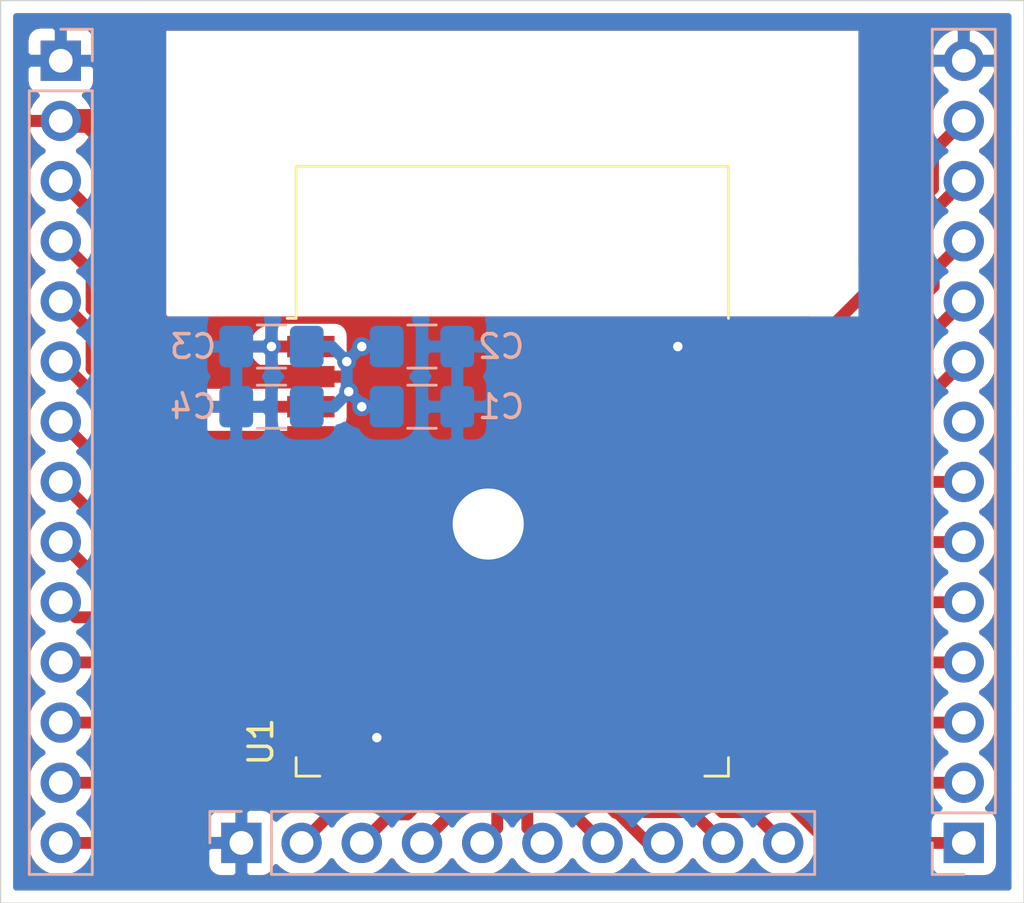
<source format=kicad_pcb>
(kicad_pcb (version 20171130) (host pcbnew 5.1.5-52549c5~84~ubuntu18.04.1)

  (general
    (thickness 1.6)
    (drawings 5)
    (tracks 145)
    (zones 0)
    (modules 8)
    (nets 36)
  )

  (page A4)
  (layers
    (0 F.Cu signal)
    (31 B.Cu signal)
    (32 B.Adhes user)
    (33 F.Adhes user)
    (34 B.Paste user)
    (35 F.Paste user)
    (36 B.SilkS user)
    (37 F.SilkS user)
    (38 B.Mask user)
    (39 F.Mask user)
    (40 Dwgs.User user)
    (41 Cmts.User user)
    (42 Eco1.User user)
    (43 Eco2.User user)
    (44 Edge.Cuts user)
    (45 Margin user)
    (46 B.CrtYd user)
    (47 F.CrtYd user)
    (48 B.Fab user hide)
    (49 F.Fab user hide)
  )

  (setup
    (last_trace_width 0.25)
    (user_trace_width 0.5)
    (user_trace_width 1)
    (trace_clearance 0.2)
    (zone_clearance 0.508)
    (zone_45_only no)
    (trace_min 0.2)
    (via_size 0.8)
    (via_drill 0.4)
    (via_min_size 0.4)
    (via_min_drill 0.3)
    (uvia_size 0.3)
    (uvia_drill 0.1)
    (uvias_allowed no)
    (uvia_min_size 0.2)
    (uvia_min_drill 0.1)
    (edge_width 0.05)
    (segment_width 0.2)
    (pcb_text_width 0.3)
    (pcb_text_size 1.5 1.5)
    (mod_edge_width 0.12)
    (mod_text_size 1 1)
    (mod_text_width 0.15)
    (pad_size 1.524 1.524)
    (pad_drill 0.762)
    (pad_to_mask_clearance 0.051)
    (solder_mask_min_width 0.25)
    (aux_axis_origin 0 0)
    (visible_elements FFFFFF7F)
    (pcbplotparams
      (layerselection 0x010fc_ffffffff)
      (usegerberextensions false)
      (usegerberattributes false)
      (usegerberadvancedattributes false)
      (creategerberjobfile false)
      (excludeedgelayer true)
      (linewidth 0.100000)
      (plotframeref false)
      (viasonmask false)
      (mode 1)
      (useauxorigin false)
      (hpglpennumber 1)
      (hpglpenspeed 20)
      (hpglpendiameter 15.000000)
      (psnegative false)
      (psa4output false)
      (plotreference true)
      (plotvalue true)
      (plotinvisibletext false)
      (padsonsilk false)
      (subtractmaskfromsilk false)
      (outputformat 1)
      (mirror false)
      (drillshape 0)
      (scaleselection 1)
      (outputdirectory "gerber/"))
  )

  (net 0 "")
  (net 1 GND)
  (net 2 +3V3)
  (net 3 /P1_14)
  (net 4 /P1_13)
  (net 5 /P1_12)
  (net 6 /P1_11)
  (net 7 /P1_10)
  (net 8 /P1_9)
  (net 9 /P1_8)
  (net 10 /P1_7)
  (net 11 /P1_6)
  (net 12 /P1_5)
  (net 13 /P1_4)
  (net 14 /P1_3)
  (net 15 /P2_13)
  (net 16 /P2_12)
  (net 17 /P2_11)
  (net 18 /P2_10)
  (net 19 /P2_9)
  (net 20 /P2_7)
  (net 21 /P2_6)
  (net 22 /P2_5)
  (net 23 /P2_4)
  (net 24 /P2_3)
  (net 25 /P2_2)
  (net 26 /P2_1)
  (net 27 /P3_10)
  (net 28 /P3_9)
  (net 29 /P3_8)
  (net 30 /P3_7)
  (net 31 /P3_6)
  (net 32 /P3_5)
  (net 33 /P3_4)
  (net 34 /P3_3)
  (net 35 /P3_2)

  (net_class Default "This is the default net class."
    (clearance 0.2)
    (trace_width 0.25)
    (via_dia 0.8)
    (via_drill 0.4)
    (uvia_dia 0.3)
    (uvia_drill 0.1)
    (add_net +3V3)
    (add_net /P1_10)
    (add_net /P1_11)
    (add_net /P1_12)
    (add_net /P1_13)
    (add_net /P1_14)
    (add_net /P1_3)
    (add_net /P1_4)
    (add_net /P1_5)
    (add_net /P1_6)
    (add_net /P1_7)
    (add_net /P1_8)
    (add_net /P1_9)
    (add_net /P2_1)
    (add_net /P2_10)
    (add_net /P2_11)
    (add_net /P2_12)
    (add_net /P2_13)
    (add_net /P2_2)
    (add_net /P2_3)
    (add_net /P2_4)
    (add_net /P2_5)
    (add_net /P2_6)
    (add_net /P2_7)
    (add_net /P2_9)
    (add_net /P3_10)
    (add_net /P3_2)
    (add_net /P3_3)
    (add_net /P3_4)
    (add_net /P3_5)
    (add_net /P3_6)
    (add_net /P3_7)
    (add_net /P3_8)
    (add_net /P3_9)
    (add_net GND)
  )

  (module Capacitor_SMD:C_1206_3216Metric_Pad1.42x1.75mm_HandSolder (layer B.Cu) (tedit 5B301BBE) (tstamp 5E71221C)
    (at 67.31 80.645 180)
    (descr "Capacitor SMD 1206 (3216 Metric), square (rectangular) end terminal, IPC_7351 nominal with elongated pad for handsoldering. (Body size source: http://www.tortai-tech.com/upload/download/2011102023233369053.pdf), generated with kicad-footprint-generator")
    (tags "capacitor handsolder")
    (path /5E70E242)
    (attr smd)
    (fp_text reference C4 (at 3.31 0) (layer B.SilkS)
      (effects (font (size 1 1) (thickness 0.15)) (justify mirror))
    )
    (fp_text value 10µ (at 0 -1.82) (layer B.Fab)
      (effects (font (size 1 1) (thickness 0.15)) (justify mirror))
    )
    (fp_text user %R (at 0 0) (layer B.Fab)
      (effects (font (size 0.8 0.8) (thickness 0.12)) (justify mirror))
    )
    (fp_line (start 2.45 -1.12) (end -2.45 -1.12) (layer B.CrtYd) (width 0.05))
    (fp_line (start 2.45 1.12) (end 2.45 -1.12) (layer B.CrtYd) (width 0.05))
    (fp_line (start -2.45 1.12) (end 2.45 1.12) (layer B.CrtYd) (width 0.05))
    (fp_line (start -2.45 -1.12) (end -2.45 1.12) (layer B.CrtYd) (width 0.05))
    (fp_line (start -0.602064 -0.91) (end 0.602064 -0.91) (layer B.SilkS) (width 0.12))
    (fp_line (start -0.602064 0.91) (end 0.602064 0.91) (layer B.SilkS) (width 0.12))
    (fp_line (start 1.6 -0.8) (end -1.6 -0.8) (layer B.Fab) (width 0.1))
    (fp_line (start 1.6 0.8) (end 1.6 -0.8) (layer B.Fab) (width 0.1))
    (fp_line (start -1.6 0.8) (end 1.6 0.8) (layer B.Fab) (width 0.1))
    (fp_line (start -1.6 -0.8) (end -1.6 0.8) (layer B.Fab) (width 0.1))
    (pad 2 smd roundrect (at 1.4875 0 180) (size 1.425 1.75) (layers B.Cu B.Paste B.Mask) (roundrect_rratio 0.175439)
      (net 1 GND))
    (pad 1 smd roundrect (at -1.4875 0 180) (size 1.425 1.75) (layers B.Cu B.Paste B.Mask) (roundrect_rratio 0.175439)
      (net 2 +3V3))
    (model ${KISYS3DMOD}/Capacitor_SMD.3dshapes/C_1206_3216Metric.wrl
      (at (xyz 0 0 0))
      (scale (xyz 1 1 1))
      (rotate (xyz 0 0 0))
    )
  )

  (module Capacitor_SMD:C_1206_3216Metric_Pad1.42x1.75mm_HandSolder (layer B.Cu) (tedit 5B301BBE) (tstamp 5E7121F4)
    (at 67.31 78.105 180)
    (descr "Capacitor SMD 1206 (3216 Metric), square (rectangular) end terminal, IPC_7351 nominal with elongated pad for handsoldering. (Body size source: http://www.tortai-tech.com/upload/download/2011102023233369053.pdf), generated with kicad-footprint-generator")
    (tags "capacitor handsolder")
    (path /5E70DA10)
    (attr smd)
    (fp_text reference C3 (at 3.31 0) (layer B.SilkS)
      (effects (font (size 1 1) (thickness 0.15)) (justify mirror))
    )
    (fp_text value 10µ (at 0 -1.82) (layer B.Fab)
      (effects (font (size 1 1) (thickness 0.15)) (justify mirror))
    )
    (fp_text user %R (at 0 0) (layer B.Fab)
      (effects (font (size 0.8 0.8) (thickness 0.12)) (justify mirror))
    )
    (fp_line (start 2.45 -1.12) (end -2.45 -1.12) (layer B.CrtYd) (width 0.05))
    (fp_line (start 2.45 1.12) (end 2.45 -1.12) (layer B.CrtYd) (width 0.05))
    (fp_line (start -2.45 1.12) (end 2.45 1.12) (layer B.CrtYd) (width 0.05))
    (fp_line (start -2.45 -1.12) (end -2.45 1.12) (layer B.CrtYd) (width 0.05))
    (fp_line (start -0.602064 -0.91) (end 0.602064 -0.91) (layer B.SilkS) (width 0.12))
    (fp_line (start -0.602064 0.91) (end 0.602064 0.91) (layer B.SilkS) (width 0.12))
    (fp_line (start 1.6 -0.8) (end -1.6 -0.8) (layer B.Fab) (width 0.1))
    (fp_line (start 1.6 0.8) (end 1.6 -0.8) (layer B.Fab) (width 0.1))
    (fp_line (start -1.6 0.8) (end 1.6 0.8) (layer B.Fab) (width 0.1))
    (fp_line (start -1.6 -0.8) (end -1.6 0.8) (layer B.Fab) (width 0.1))
    (pad 2 smd roundrect (at 1.4875 0 180) (size 1.425 1.75) (layers B.Cu B.Paste B.Mask) (roundrect_rratio 0.175439)
      (net 1 GND))
    (pad 1 smd roundrect (at -1.4875 0 180) (size 1.425 1.75) (layers B.Cu B.Paste B.Mask) (roundrect_rratio 0.175439)
      (net 2 +3V3))
    (model ${KISYS3DMOD}/Capacitor_SMD.3dshapes/C_1206_3216Metric.wrl
      (at (xyz 0 0 0))
      (scale (xyz 1 1 1))
      (rotate (xyz 0 0 0))
    )
  )

  (module Connector_PinHeader_2.54mm:PinHeader_1x10_P2.54mm_Vertical (layer B.Cu) (tedit 59FED5CC) (tstamp 5E70D73C)
    (at 66.04 99.06 270)
    (descr "Through hole straight pin header, 1x10, 2.54mm pitch, single row")
    (tags "Through hole pin header THT 1x10 2.54mm single row")
    (path /5E70D73A)
    (fp_text reference P3 (at 0 2.33 270) (layer B.SilkS) hide
      (effects (font (size 1 1) (thickness 0.15)) (justify mirror))
    )
    (fp_text value CONN_01X10 (at 0 -25.19 270) (layer B.Fab) hide
      (effects (font (size 1 1) (thickness 0.15)) (justify mirror))
    )
    (fp_text user %R (at 0 -11.43) (layer B.Fab)
      (effects (font (size 1 1) (thickness 0.15)) (justify mirror))
    )
    (fp_line (start 1.8 1.8) (end -1.8 1.8) (layer B.CrtYd) (width 0.05))
    (fp_line (start 1.8 -24.65) (end 1.8 1.8) (layer B.CrtYd) (width 0.05))
    (fp_line (start -1.8 -24.65) (end 1.8 -24.65) (layer B.CrtYd) (width 0.05))
    (fp_line (start -1.8 1.8) (end -1.8 -24.65) (layer B.CrtYd) (width 0.05))
    (fp_line (start -1.33 1.33) (end 0 1.33) (layer B.SilkS) (width 0.12))
    (fp_line (start -1.33 0) (end -1.33 1.33) (layer B.SilkS) (width 0.12))
    (fp_line (start -1.33 -1.27) (end 1.33 -1.27) (layer B.SilkS) (width 0.12))
    (fp_line (start 1.33 -1.27) (end 1.33 -24.19) (layer B.SilkS) (width 0.12))
    (fp_line (start -1.33 -1.27) (end -1.33 -24.19) (layer B.SilkS) (width 0.12))
    (fp_line (start -1.33 -24.19) (end 1.33 -24.19) (layer B.SilkS) (width 0.12))
    (fp_line (start -1.27 0.635) (end -0.635 1.27) (layer B.Fab) (width 0.1))
    (fp_line (start -1.27 -24.13) (end -1.27 0.635) (layer B.Fab) (width 0.1))
    (fp_line (start 1.27 -24.13) (end -1.27 -24.13) (layer B.Fab) (width 0.1))
    (fp_line (start 1.27 1.27) (end 1.27 -24.13) (layer B.Fab) (width 0.1))
    (fp_line (start -0.635 1.27) (end 1.27 1.27) (layer B.Fab) (width 0.1))
    (pad 10 thru_hole oval (at 0 -22.86 270) (size 1.7 1.7) (drill 1) (layers *.Cu *.Mask)
      (net 27 /P3_10))
    (pad 9 thru_hole oval (at 0 -20.32 270) (size 1.7 1.7) (drill 1) (layers *.Cu *.Mask)
      (net 28 /P3_9))
    (pad 8 thru_hole oval (at 0 -17.78 270) (size 1.7 1.7) (drill 1) (layers *.Cu *.Mask)
      (net 29 /P3_8))
    (pad 7 thru_hole oval (at 0 -15.24 270) (size 1.7 1.7) (drill 1) (layers *.Cu *.Mask)
      (net 30 /P3_7))
    (pad 6 thru_hole oval (at 0 -12.7 270) (size 1.7 1.7) (drill 1) (layers *.Cu *.Mask)
      (net 31 /P3_6))
    (pad 5 thru_hole oval (at 0 -10.16 270) (size 1.7 1.7) (drill 1) (layers *.Cu *.Mask)
      (net 32 /P3_5))
    (pad 4 thru_hole oval (at 0 -7.62 270) (size 1.7 1.7) (drill 1) (layers *.Cu *.Mask)
      (net 33 /P3_4))
    (pad 3 thru_hole oval (at 0 -5.08 270) (size 1.7 1.7) (drill 1) (layers *.Cu *.Mask)
      (net 34 /P3_3))
    (pad 2 thru_hole oval (at 0 -2.54 270) (size 1.7 1.7) (drill 1) (layers *.Cu *.Mask)
      (net 35 /P3_2))
    (pad 1 thru_hole rect (at 0 0 270) (size 1.7 1.7) (drill 1) (layers *.Cu *.Mask)
      (net 1 GND))
    (model ${KISYS3DMOD}/Connector_PinHeader_2.54mm.3dshapes/PinHeader_1x10_P2.54mm_Vertical.wrl
      (at (xyz 0 0 0))
      (scale (xyz 1 1 1))
      (rotate (xyz 0 0 0))
    )
  )

  (module Connector_PinHeader_2.54mm:PinHeader_1x14_P2.54mm_Vertical (layer B.Cu) (tedit 59FED5CC) (tstamp 5E70D71E)
    (at 96.52 99.06)
    (descr "Through hole straight pin header, 1x14, 2.54mm pitch, single row")
    (tags "Through hole pin header THT 1x14 2.54mm single row")
    (path /5E70EAAD)
    (fp_text reference P2 (at 0 2.33) (layer B.SilkS) hide
      (effects (font (size 1 1) (thickness 0.15)) (justify mirror))
    )
    (fp_text value CONN_01X14 (at 0 -35.35) (layer B.Fab)
      (effects (font (size 1 1) (thickness 0.15)) (justify mirror))
    )
    (fp_text user %R (at 0 -16.51 -90) (layer B.Fab)
      (effects (font (size 1 1) (thickness 0.15)) (justify mirror))
    )
    (fp_line (start 1.8 1.8) (end -1.8 1.8) (layer B.CrtYd) (width 0.05))
    (fp_line (start 1.8 -34.8) (end 1.8 1.8) (layer B.CrtYd) (width 0.05))
    (fp_line (start -1.8 -34.8) (end 1.8 -34.8) (layer B.CrtYd) (width 0.05))
    (fp_line (start -1.8 1.8) (end -1.8 -34.8) (layer B.CrtYd) (width 0.05))
    (fp_line (start -1.33 1.33) (end 0 1.33) (layer B.SilkS) (width 0.12))
    (fp_line (start -1.33 0) (end -1.33 1.33) (layer B.SilkS) (width 0.12))
    (fp_line (start -1.33 -1.27) (end 1.33 -1.27) (layer B.SilkS) (width 0.12))
    (fp_line (start 1.33 -1.27) (end 1.33 -34.35) (layer B.SilkS) (width 0.12))
    (fp_line (start -1.33 -1.27) (end -1.33 -34.35) (layer B.SilkS) (width 0.12))
    (fp_line (start -1.33 -34.35) (end 1.33 -34.35) (layer B.SilkS) (width 0.12))
    (fp_line (start -1.27 0.635) (end -0.635 1.27) (layer B.Fab) (width 0.1))
    (fp_line (start -1.27 -34.29) (end -1.27 0.635) (layer B.Fab) (width 0.1))
    (fp_line (start 1.27 -34.29) (end -1.27 -34.29) (layer B.Fab) (width 0.1))
    (fp_line (start 1.27 1.27) (end 1.27 -34.29) (layer B.Fab) (width 0.1))
    (fp_line (start -0.635 1.27) (end 1.27 1.27) (layer B.Fab) (width 0.1))
    (pad 14 thru_hole oval (at 0 -33.02) (size 1.7 1.7) (drill 1) (layers *.Cu *.Mask)
      (net 1 GND))
    (pad 13 thru_hole oval (at 0 -30.48) (size 1.7 1.7) (drill 1) (layers *.Cu *.Mask)
      (net 15 /P2_13))
    (pad 12 thru_hole oval (at 0 -27.94) (size 1.7 1.7) (drill 1) (layers *.Cu *.Mask)
      (net 16 /P2_12))
    (pad 11 thru_hole oval (at 0 -25.4) (size 1.7 1.7) (drill 1) (layers *.Cu *.Mask)
      (net 17 /P2_11))
    (pad 10 thru_hole oval (at 0 -22.86) (size 1.7 1.7) (drill 1) (layers *.Cu *.Mask)
      (net 18 /P2_10))
    (pad 9 thru_hole oval (at 0 -20.32) (size 1.7 1.7) (drill 1) (layers *.Cu *.Mask)
      (net 19 /P2_9))
    (pad 8 thru_hole oval (at 0 -17.78) (size 1.7 1.7) (drill 1) (layers *.Cu *.Mask))
    (pad 7 thru_hole oval (at 0 -15.24) (size 1.7 1.7) (drill 1) (layers *.Cu *.Mask)
      (net 20 /P2_7))
    (pad 6 thru_hole oval (at 0 -12.7) (size 1.7 1.7) (drill 1) (layers *.Cu *.Mask)
      (net 21 /P2_6))
    (pad 5 thru_hole oval (at 0 -10.16) (size 1.7 1.7) (drill 1) (layers *.Cu *.Mask)
      (net 22 /P2_5))
    (pad 4 thru_hole oval (at 0 -7.62) (size 1.7 1.7) (drill 1) (layers *.Cu *.Mask)
      (net 23 /P2_4))
    (pad 3 thru_hole oval (at 0 -5.08) (size 1.7 1.7) (drill 1) (layers *.Cu *.Mask)
      (net 24 /P2_3))
    (pad 2 thru_hole oval (at 0 -2.54) (size 1.7 1.7) (drill 1) (layers *.Cu *.Mask)
      (net 25 /P2_2))
    (pad 1 thru_hole rect (at 0 0) (size 1.7 1.7) (drill 1) (layers *.Cu *.Mask)
      (net 26 /P2_1))
    (model ${KISYS3DMOD}/Connector_PinHeader_2.54mm.3dshapes/PinHeader_1x14_P2.54mm_Vertical.wrl
      (at (xyz 0 0 0))
      (scale (xyz 1 1 1))
      (rotate (xyz 0 0 0))
    )
  )

  (module Connector_PinHeader_2.54mm:PinHeader_1x14_P2.54mm_Vertical (layer B.Cu) (tedit 59FED5CC) (tstamp 5E70D6FC)
    (at 58.42 66.04 180)
    (descr "Through hole straight pin header, 1x14, 2.54mm pitch, single row")
    (tags "Through hole pin header THT 1x14 2.54mm single row")
    (path /5E70E2DE)
    (fp_text reference P1 (at 0 2.33) (layer B.SilkS) hide
      (effects (font (size 1 1) (thickness 0.15)) (justify mirror))
    )
    (fp_text value CONN_01X14 (at 0 -35.35) (layer B.Fab)
      (effects (font (size 1 1) (thickness 0.15)) (justify mirror))
    )
    (fp_text user %R (at 0 -16.51 270) (layer B.Fab)
      (effects (font (size 1 1) (thickness 0.15)) (justify mirror))
    )
    (fp_line (start 1.8 1.8) (end -1.8 1.8) (layer B.CrtYd) (width 0.05))
    (fp_line (start 1.8 -34.8) (end 1.8 1.8) (layer B.CrtYd) (width 0.05))
    (fp_line (start -1.8 -34.8) (end 1.8 -34.8) (layer B.CrtYd) (width 0.05))
    (fp_line (start -1.8 1.8) (end -1.8 -34.8) (layer B.CrtYd) (width 0.05))
    (fp_line (start -1.33 1.33) (end 0 1.33) (layer B.SilkS) (width 0.12))
    (fp_line (start -1.33 0) (end -1.33 1.33) (layer B.SilkS) (width 0.12))
    (fp_line (start -1.33 -1.27) (end 1.33 -1.27) (layer B.SilkS) (width 0.12))
    (fp_line (start 1.33 -1.27) (end 1.33 -34.35) (layer B.SilkS) (width 0.12))
    (fp_line (start -1.33 -1.27) (end -1.33 -34.35) (layer B.SilkS) (width 0.12))
    (fp_line (start -1.33 -34.35) (end 1.33 -34.35) (layer B.SilkS) (width 0.12))
    (fp_line (start -1.27 0.635) (end -0.635 1.27) (layer B.Fab) (width 0.1))
    (fp_line (start -1.27 -34.29) (end -1.27 0.635) (layer B.Fab) (width 0.1))
    (fp_line (start 1.27 -34.29) (end -1.27 -34.29) (layer B.Fab) (width 0.1))
    (fp_line (start 1.27 1.27) (end 1.27 -34.29) (layer B.Fab) (width 0.1))
    (fp_line (start -0.635 1.27) (end 1.27 1.27) (layer B.Fab) (width 0.1))
    (pad 14 thru_hole oval (at 0 -33.02 180) (size 1.7 1.7) (drill 1) (layers *.Cu *.Mask)
      (net 3 /P1_14))
    (pad 13 thru_hole oval (at 0 -30.48 180) (size 1.7 1.7) (drill 1) (layers *.Cu *.Mask)
      (net 4 /P1_13))
    (pad 12 thru_hole oval (at 0 -27.94 180) (size 1.7 1.7) (drill 1) (layers *.Cu *.Mask)
      (net 5 /P1_12))
    (pad 11 thru_hole oval (at 0 -25.4 180) (size 1.7 1.7) (drill 1) (layers *.Cu *.Mask)
      (net 6 /P1_11))
    (pad 10 thru_hole oval (at 0 -22.86 180) (size 1.7 1.7) (drill 1) (layers *.Cu *.Mask)
      (net 7 /P1_10))
    (pad 9 thru_hole oval (at 0 -20.32 180) (size 1.7 1.7) (drill 1) (layers *.Cu *.Mask)
      (net 8 /P1_9))
    (pad 8 thru_hole oval (at 0 -17.78 180) (size 1.7 1.7) (drill 1) (layers *.Cu *.Mask)
      (net 9 /P1_8))
    (pad 7 thru_hole oval (at 0 -15.24 180) (size 1.7 1.7) (drill 1) (layers *.Cu *.Mask)
      (net 10 /P1_7))
    (pad 6 thru_hole oval (at 0 -12.7 180) (size 1.7 1.7) (drill 1) (layers *.Cu *.Mask)
      (net 11 /P1_6))
    (pad 5 thru_hole oval (at 0 -10.16 180) (size 1.7 1.7) (drill 1) (layers *.Cu *.Mask)
      (net 12 /P1_5))
    (pad 4 thru_hole oval (at 0 -7.62 180) (size 1.7 1.7) (drill 1) (layers *.Cu *.Mask)
      (net 13 /P1_4))
    (pad 3 thru_hole oval (at 0 -5.08 180) (size 1.7 1.7) (drill 1) (layers *.Cu *.Mask)
      (net 14 /P1_3))
    (pad 2 thru_hole oval (at 0 -2.54 180) (size 1.7 1.7) (drill 1) (layers *.Cu *.Mask)
      (net 2 +3V3))
    (pad 1 thru_hole rect (at 0 0 180) (size 1.7 1.7) (drill 1) (layers *.Cu *.Mask)
      (net 1 GND))
    (model ${KISYS3DMOD}/Connector_PinHeader_2.54mm.3dshapes/PinHeader_1x14_P2.54mm_Vertical.wrl
      (at (xyz 0 0 0))
      (scale (xyz 1 1 1))
      (rotate (xyz 0 0 0))
    )
  )

  (module RF_Module:ESP32-WROOM-32 (layer F.Cu) (tedit 5B5B4654) (tstamp 5E71228B)
    (at 77.47 86.36)
    (descr "Single 2.4 GHz Wi-Fi and Bluetooth combo chip https://www.espressif.com/sites/default/files/documentation/esp32-wroom-32_datasheet_en.pdf")
    (tags "Single 2.4 GHz Wi-Fi and Bluetooth combo  chip")
    (path /5E6FAE82)
    (attr smd)
    (fp_text reference U1 (at -10.61 8.43 90) (layer F.SilkS)
      (effects (font (size 1 1) (thickness 0.15)))
    )
    (fp_text value ESP32-WROOM-32 (at 0 11.5) (layer F.Fab)
      (effects (font (size 1 1) (thickness 0.15)))
    )
    (fp_line (start -9.12 -9.445) (end -9.5 -9.445) (layer F.SilkS) (width 0.12))
    (fp_line (start -9.12 -15.865) (end -9.12 -9.445) (layer F.SilkS) (width 0.12))
    (fp_line (start 9.12 -15.865) (end 9.12 -9.445) (layer F.SilkS) (width 0.12))
    (fp_line (start -9.12 -15.865) (end 9.12 -15.865) (layer F.SilkS) (width 0.12))
    (fp_line (start 9.12 9.88) (end 8.12 9.88) (layer F.SilkS) (width 0.12))
    (fp_line (start 9.12 9.1) (end 9.12 9.88) (layer F.SilkS) (width 0.12))
    (fp_line (start -9.12 9.88) (end -8.12 9.88) (layer F.SilkS) (width 0.12))
    (fp_line (start -9.12 9.1) (end -9.12 9.88) (layer F.SilkS) (width 0.12))
    (fp_line (start 8.4 -20.6) (end 8.2 -20.4) (layer Cmts.User) (width 0.1))
    (fp_line (start 8.4 -16) (end 8.4 -20.6) (layer Cmts.User) (width 0.1))
    (fp_line (start 8.4 -20.6) (end 8.6 -20.4) (layer Cmts.User) (width 0.1))
    (fp_line (start 8.4 -16) (end 8.6 -16.2) (layer Cmts.User) (width 0.1))
    (fp_line (start 8.4 -16) (end 8.2 -16.2) (layer Cmts.User) (width 0.1))
    (fp_line (start -9.2 -13.875) (end -9.4 -14.075) (layer Cmts.User) (width 0.1))
    (fp_line (start -13.8 -13.875) (end -9.2 -13.875) (layer Cmts.User) (width 0.1))
    (fp_line (start -9.2 -13.875) (end -9.4 -13.675) (layer Cmts.User) (width 0.1))
    (fp_line (start -13.8 -13.875) (end -13.6 -13.675) (layer Cmts.User) (width 0.1))
    (fp_line (start -13.8 -13.875) (end -13.6 -14.075) (layer Cmts.User) (width 0.1))
    (fp_line (start 9.2 -13.875) (end 9.4 -13.675) (layer Cmts.User) (width 0.1))
    (fp_line (start 9.2 -13.875) (end 9.4 -14.075) (layer Cmts.User) (width 0.1))
    (fp_line (start 13.8 -13.875) (end 13.6 -13.675) (layer Cmts.User) (width 0.1))
    (fp_line (start 13.8 -13.875) (end 13.6 -14.075) (layer Cmts.User) (width 0.1))
    (fp_line (start 9.2 -13.875) (end 13.8 -13.875) (layer Cmts.User) (width 0.1))
    (fp_line (start 14 -11.585) (end 12 -9.97) (layer Dwgs.User) (width 0.1))
    (fp_line (start 14 -13.2) (end 10 -9.97) (layer Dwgs.User) (width 0.1))
    (fp_line (start 14 -14.815) (end 8 -9.97) (layer Dwgs.User) (width 0.1))
    (fp_line (start 14 -16.43) (end 6 -9.97) (layer Dwgs.User) (width 0.1))
    (fp_line (start 14 -18.045) (end 4 -9.97) (layer Dwgs.User) (width 0.1))
    (fp_line (start 14 -19.66) (end 2 -9.97) (layer Dwgs.User) (width 0.1))
    (fp_line (start 13.475 -20.75) (end 0 -9.97) (layer Dwgs.User) (width 0.1))
    (fp_line (start 11.475 -20.75) (end -2 -9.97) (layer Dwgs.User) (width 0.1))
    (fp_line (start 9.475 -20.75) (end -4 -9.97) (layer Dwgs.User) (width 0.1))
    (fp_line (start 7.475 -20.75) (end -6 -9.97) (layer Dwgs.User) (width 0.1))
    (fp_line (start -8 -9.97) (end 5.475 -20.75) (layer Dwgs.User) (width 0.1))
    (fp_line (start 3.475 -20.75) (end -10 -9.97) (layer Dwgs.User) (width 0.1))
    (fp_line (start 1.475 -20.75) (end -12 -9.97) (layer Dwgs.User) (width 0.1))
    (fp_line (start -0.525 -20.75) (end -14 -9.97) (layer Dwgs.User) (width 0.1))
    (fp_line (start -2.525 -20.75) (end -14 -11.585) (layer Dwgs.User) (width 0.1))
    (fp_line (start -4.525 -20.75) (end -14 -13.2) (layer Dwgs.User) (width 0.1))
    (fp_line (start -6.525 -20.75) (end -14 -14.815) (layer Dwgs.User) (width 0.1))
    (fp_line (start -8.525 -20.75) (end -14 -16.43) (layer Dwgs.User) (width 0.1))
    (fp_line (start -10.525 -20.75) (end -14 -18.045) (layer Dwgs.User) (width 0.1))
    (fp_line (start -12.525 -20.75) (end -14 -19.66) (layer Dwgs.User) (width 0.1))
    (fp_line (start 9.75 -9.72) (end 14.25 -9.72) (layer F.CrtYd) (width 0.05))
    (fp_line (start -14.25 -9.72) (end -9.75 -9.72) (layer F.CrtYd) (width 0.05))
    (fp_line (start 14.25 -21) (end 14.25 -9.72) (layer F.CrtYd) (width 0.05))
    (fp_line (start -14.25 -21) (end -14.25 -9.72) (layer F.CrtYd) (width 0.05))
    (fp_line (start 14 -20.75) (end -14 -20.75) (layer Dwgs.User) (width 0.1))
    (fp_line (start 14 -9.97) (end 14 -20.75) (layer Dwgs.User) (width 0.1))
    (fp_line (start 14 -9.97) (end -14 -9.97) (layer Dwgs.User) (width 0.1))
    (fp_line (start -9 -9.02) (end -8.5 -9.52) (layer F.Fab) (width 0.1))
    (fp_line (start -8.5 -9.52) (end -9 -10.02) (layer F.Fab) (width 0.1))
    (fp_line (start -9 -9.02) (end -9 9.76) (layer F.Fab) (width 0.1))
    (fp_line (start -14.25 -21) (end 14.25 -21) (layer F.CrtYd) (width 0.05))
    (fp_line (start 9.75 -9.72) (end 9.75 10.5) (layer F.CrtYd) (width 0.05))
    (fp_line (start -9.75 10.5) (end 9.75 10.5) (layer F.CrtYd) (width 0.05))
    (fp_line (start -9.75 10.5) (end -9.75 -9.72) (layer F.CrtYd) (width 0.05))
    (fp_line (start -9 -15.745) (end 9 -15.745) (layer F.Fab) (width 0.1))
    (fp_line (start -9 -15.745) (end -9 -10.02) (layer F.Fab) (width 0.1))
    (fp_line (start -9 9.76) (end 9 9.76) (layer F.Fab) (width 0.1))
    (fp_line (start 9 9.76) (end 9 -15.745) (layer F.Fab) (width 0.1))
    (fp_line (start -14 -9.97) (end -14 -20.75) (layer Dwgs.User) (width 0.1))
    (fp_text user "5 mm" (at 7.8 -19.075 90) (layer Cmts.User)
      (effects (font (size 0.5 0.5) (thickness 0.1)))
    )
    (fp_text user "5 mm" (at -11.2 -14.375) (layer Cmts.User)
      (effects (font (size 0.5 0.5) (thickness 0.1)))
    )
    (fp_text user "5 mm" (at 11.8 -14.375) (layer Cmts.User)
      (effects (font (size 0.5 0.5) (thickness 0.1)))
    )
    (fp_text user Antenna (at 0 -13) (layer Cmts.User)
      (effects (font (size 1 1) (thickness 0.15)))
    )
    (fp_text user "KEEP-OUT ZONE" (at 0 -19) (layer Cmts.User)
      (effects (font (size 1 1) (thickness 0.15)))
    )
    (fp_text user %R (at -12.065 -8.525) (layer F.Fab)
      (effects (font (size 1 1) (thickness 0.15)))
    )
    (pad 38 smd rect (at 8.5 -8.255) (size 2 0.9) (layers F.Cu F.Paste F.Mask)
      (net 1 GND))
    (pad 37 smd rect (at 8.5 -6.985) (size 2 0.9) (layers F.Cu F.Paste F.Mask)
      (net 15 /P2_13))
    (pad 36 smd rect (at 8.5 -5.715) (size 2 0.9) (layers F.Cu F.Paste F.Mask)
      (net 16 /P2_12))
    (pad 35 smd rect (at 8.5 -4.445) (size 2 0.9) (layers F.Cu F.Paste F.Mask)
      (net 17 /P2_11))
    (pad 34 smd rect (at 8.5 -3.175) (size 2 0.9) (layers F.Cu F.Paste F.Mask)
      (net 18 /P2_10))
    (pad 33 smd rect (at 8.5 -1.905) (size 2 0.9) (layers F.Cu F.Paste F.Mask)
      (net 19 /P2_9))
    (pad 32 smd rect (at 8.5 -0.635) (size 2 0.9) (layers F.Cu F.Paste F.Mask))
    (pad 31 smd rect (at 8.5 0.635) (size 2 0.9) (layers F.Cu F.Paste F.Mask)
      (net 20 /P2_7))
    (pad 30 smd rect (at 8.5 1.905) (size 2 0.9) (layers F.Cu F.Paste F.Mask)
      (net 21 /P2_6))
    (pad 29 smd rect (at 8.5 3.175) (size 2 0.9) (layers F.Cu F.Paste F.Mask)
      (net 22 /P2_5))
    (pad 28 smd rect (at 8.5 4.445) (size 2 0.9) (layers F.Cu F.Paste F.Mask)
      (net 23 /P2_4))
    (pad 27 smd rect (at 8.5 5.715) (size 2 0.9) (layers F.Cu F.Paste F.Mask)
      (net 24 /P2_3))
    (pad 26 smd rect (at 8.5 6.985) (size 2 0.9) (layers F.Cu F.Paste F.Mask)
      (net 25 /P2_2))
    (pad 25 smd rect (at 8.5 8.255) (size 2 0.9) (layers F.Cu F.Paste F.Mask)
      (net 26 /P2_1))
    (pad 24 smd rect (at 5.715 9.255 90) (size 2 0.9) (layers F.Cu F.Paste F.Mask)
      (net 27 /P3_10))
    (pad 23 smd rect (at 4.445 9.255 90) (size 2 0.9) (layers F.Cu F.Paste F.Mask)
      (net 28 /P3_9))
    (pad 22 smd rect (at 3.175 9.255 90) (size 2 0.9) (layers F.Cu F.Paste F.Mask)
      (net 29 /P3_8))
    (pad 21 smd rect (at 1.905 9.255 90) (size 2 0.9) (layers F.Cu F.Paste F.Mask)
      (net 30 /P3_7))
    (pad 20 smd rect (at 0.635 9.255 90) (size 2 0.9) (layers F.Cu F.Paste F.Mask)
      (net 31 /P3_6))
    (pad 19 smd rect (at -0.635 9.255 90) (size 2 0.9) (layers F.Cu F.Paste F.Mask)
      (net 32 /P3_5))
    (pad 18 smd rect (at -1.905 9.255 90) (size 2 0.9) (layers F.Cu F.Paste F.Mask)
      (net 33 /P3_4))
    (pad 17 smd rect (at -3.175 9.255 90) (size 2 0.9) (layers F.Cu F.Paste F.Mask)
      (net 34 /P3_3))
    (pad 16 smd rect (at -4.445 9.255 90) (size 2 0.9) (layers F.Cu F.Paste F.Mask)
      (net 35 /P3_2))
    (pad 15 smd rect (at -5.715 9.255 90) (size 2 0.9) (layers F.Cu F.Paste F.Mask)
      (net 1 GND))
    (pad 14 smd rect (at -8.5 8.255) (size 2 0.9) (layers F.Cu F.Paste F.Mask)
      (net 3 /P1_14))
    (pad 13 smd rect (at -8.5 6.985) (size 2 0.9) (layers F.Cu F.Paste F.Mask)
      (net 4 /P1_13))
    (pad 12 smd rect (at -8.5 5.715) (size 2 0.9) (layers F.Cu F.Paste F.Mask)
      (net 5 /P1_12))
    (pad 11 smd rect (at -8.5 4.445) (size 2 0.9) (layers F.Cu F.Paste F.Mask)
      (net 6 /P1_11))
    (pad 10 smd rect (at -8.5 3.175) (size 2 0.9) (layers F.Cu F.Paste F.Mask)
      (net 7 /P1_10))
    (pad 9 smd rect (at -8.5 1.905) (size 2 0.9) (layers F.Cu F.Paste F.Mask)
      (net 8 /P1_9))
    (pad 8 smd rect (at -8.5 0.635) (size 2 0.9) (layers F.Cu F.Paste F.Mask)
      (net 9 /P1_8))
    (pad 7 smd rect (at -8.5 -0.635) (size 2 0.9) (layers F.Cu F.Paste F.Mask)
      (net 10 /P1_7))
    (pad 6 smd rect (at -8.5 -1.905) (size 2 0.9) (layers F.Cu F.Paste F.Mask)
      (net 11 /P1_6))
    (pad 5 smd rect (at -8.5 -3.175) (size 2 0.9) (layers F.Cu F.Paste F.Mask)
      (net 12 /P1_5))
    (pad 4 smd rect (at -8.5 -4.445) (size 2 0.9) (layers F.Cu F.Paste F.Mask)
      (net 13 /P1_4))
    (pad 3 smd rect (at -8.5 -5.715) (size 2 0.9) (layers F.Cu F.Paste F.Mask)
      (net 14 /P1_3))
    (pad 2 smd rect (at -8.5 -6.985) (size 2 0.9) (layers F.Cu F.Paste F.Mask)
      (net 2 +3V3))
    (pad 1 smd rect (at -8.5 -8.255) (size 2 0.9) (layers F.Cu F.Paste F.Mask)
      (net 1 GND))
    (pad 39 smd rect (at -1 -0.755) (size 5 5) (layers F.Cu F.Paste F.Mask)
      (net 1 GND))
    (model ${KISYS3DMOD}/RF_Module.3dshapes/ESP32-WROOM-32.wrl
      (at (xyz 0 0 0))
      (scale (xyz 1 1 1))
      (rotate (xyz 0 0 0))
    )
  )

  (module Capacitor_SMD:C_1206_3216Metric_Pad1.42x1.75mm_HandSolder (layer B.Cu) (tedit 5B301BBE) (tstamp 5E7121CC)
    (at 73.66 78.105)
    (descr "Capacitor SMD 1206 (3216 Metric), square (rectangular) end terminal, IPC_7351 nominal with elongated pad for handsoldering. (Body size source: http://www.tortai-tech.com/upload/download/2011102023233369053.pdf), generated with kicad-footprint-generator")
    (tags "capacitor handsolder")
    (path /5E70D46D)
    (attr smd)
    (fp_text reference C2 (at 3.34 0) (layer B.SilkS)
      (effects (font (size 1 1) (thickness 0.15)) (justify mirror))
    )
    (fp_text value 100n (at 0 -1.82) (layer B.Fab)
      (effects (font (size 1 1) (thickness 0.15)) (justify mirror))
    )
    (fp_text user %R (at 0 -2.115) (layer B.Fab)
      (effects (font (size 0.8 0.8) (thickness 0.12)) (justify mirror))
    )
    (fp_line (start 2.45 -1.12) (end -2.45 -1.12) (layer B.CrtYd) (width 0.05))
    (fp_line (start 2.45 1.12) (end 2.45 -1.12) (layer B.CrtYd) (width 0.05))
    (fp_line (start -2.45 1.12) (end 2.45 1.12) (layer B.CrtYd) (width 0.05))
    (fp_line (start -2.45 -1.12) (end -2.45 1.12) (layer B.CrtYd) (width 0.05))
    (fp_line (start -0.602064 -0.91) (end 0.602064 -0.91) (layer B.SilkS) (width 0.12))
    (fp_line (start -0.602064 0.91) (end 0.602064 0.91) (layer B.SilkS) (width 0.12))
    (fp_line (start 1.6 -0.8) (end -1.6 -0.8) (layer B.Fab) (width 0.1))
    (fp_line (start 1.6 0.8) (end 1.6 -0.8) (layer B.Fab) (width 0.1))
    (fp_line (start -1.6 0.8) (end 1.6 0.8) (layer B.Fab) (width 0.1))
    (fp_line (start -1.6 -0.8) (end -1.6 0.8) (layer B.Fab) (width 0.1))
    (pad 2 smd roundrect (at 1.4875 0) (size 1.425 1.75) (layers B.Cu B.Paste B.Mask) (roundrect_rratio 0.175439)
      (net 1 GND))
    (pad 1 smd roundrect (at -1.4875 0) (size 1.425 1.75) (layers B.Cu B.Paste B.Mask) (roundrect_rratio 0.175439)
      (net 2 +3V3))
    (model ${KISYS3DMOD}/Capacitor_SMD.3dshapes/C_1206_3216Metric.wrl
      (at (xyz 0 0 0))
      (scale (xyz 1 1 1))
      (rotate (xyz 0 0 0))
    )
  )

  (module Capacitor_SMD:C_1206_3216Metric_Pad1.42x1.75mm_HandSolder (layer B.Cu) (tedit 5B301BBE) (tstamp 5E7121BB)
    (at 73.66 80.645)
    (descr "Capacitor SMD 1206 (3216 Metric), square (rectangular) end terminal, IPC_7351 nominal with elongated pad for handsoldering. (Body size source: http://www.tortai-tech.com/upload/download/2011102023233369053.pdf), generated with kicad-footprint-generator")
    (tags "capacitor handsolder")
    (path /5E70DEF9)
    (attr smd)
    (fp_text reference C1 (at 3.34 0) (layer B.SilkS)
      (effects (font (size 1 1) (thickness 0.15)) (justify mirror))
    )
    (fp_text value 100n (at 0 -1.82) (layer B.Fab)
      (effects (font (size 1 1) (thickness 0.15)) (justify mirror))
    )
    (fp_text user %R (at 0 0) (layer B.Fab)
      (effects (font (size 0.8 0.8) (thickness 0.12)) (justify mirror))
    )
    (fp_line (start 2.45 -1.12) (end -2.45 -1.12) (layer B.CrtYd) (width 0.05))
    (fp_line (start 2.45 1.12) (end 2.45 -1.12) (layer B.CrtYd) (width 0.05))
    (fp_line (start -2.45 1.12) (end 2.45 1.12) (layer B.CrtYd) (width 0.05))
    (fp_line (start -2.45 -1.12) (end -2.45 1.12) (layer B.CrtYd) (width 0.05))
    (fp_line (start -0.602064 -0.91) (end 0.602064 -0.91) (layer B.SilkS) (width 0.12))
    (fp_line (start -0.602064 0.91) (end 0.602064 0.91) (layer B.SilkS) (width 0.12))
    (fp_line (start 1.6 -0.8) (end -1.6 -0.8) (layer B.Fab) (width 0.1))
    (fp_line (start 1.6 0.8) (end 1.6 -0.8) (layer B.Fab) (width 0.1))
    (fp_line (start -1.6 0.8) (end 1.6 0.8) (layer B.Fab) (width 0.1))
    (fp_line (start -1.6 -0.8) (end -1.6 0.8) (layer B.Fab) (width 0.1))
    (pad 2 smd roundrect (at 1.4875 0) (size 1.425 1.75) (layers B.Cu B.Paste B.Mask) (roundrect_rratio 0.175439)
      (net 1 GND))
    (pad 1 smd roundrect (at -1.4875 0) (size 1.425 1.75) (layers B.Cu B.Paste B.Mask) (roundrect_rratio 0.175439)
      (net 2 +3V3))
    (model ${KISYS3DMOD}/Capacitor_SMD.3dshapes/C_1206_3216Metric.wrl
      (at (xyz 0 0 0))
      (scale (xyz 1 1 1))
      (rotate (xyz 0 0 0))
    )
  )

  (gr_poly (pts (xy 78.994 88.138) (xy 73.914 88.138) (xy 73.914 83.058) (xy 78.994 83.058)) (layer B.Mask) (width 0.1))
  (gr_line (start 55.88 101.6) (end 99.06 101.6) (layer Edge.Cuts) (width 0.05) (tstamp 5E70EC56))
  (gr_line (start 55.88 63.5) (end 55.88 101.6) (layer Edge.Cuts) (width 0.05))
  (gr_line (start 99.06 63.5) (end 99.06 101.6) (layer Edge.Cuts) (width 0.05))
  (gr_line (start 55.88 63.5) (end 99.06 63.5) (layer Edge.Cuts) (width 0.05))

  (via (at 84.455 78.105) (size 0.8) (drill 0.4) (layers F.Cu B.Cu) (net 1))
  (segment (start 85.97 78.105) (end 84.455 78.105) (width 0.5) (layer F.Cu) (net 1))
  (via (at 71.755 94.615) (size 0.8) (drill 0.4) (layers F.Cu B.Cu) (net 1))
  (segment (start 71.755 95.615) (end 71.755 94.615) (width 0.5) (layer F.Cu) (net 1))
  (via (at 67.31 78.105) (size 0.8) (drill 0.4) (layers F.Cu B.Cu) (net 1))
  (segment (start 68.97 78.105) (end 67.31 78.105) (width 0.5) (layer F.Cu) (net 1))
  (via (at 76.454 85.598) (size 3.2) (drill 3) (layers F.Cu B.Cu) (net 1))
  (via (at 71.12 78.105) (size 0.8) (drill 0.4) (layers F.Cu B.Cu) (net 2))
  (segment (start 71.12 78.105) (end 72.1725 78.105) (width 0.5) (layer B.Cu) (net 2))
  (via (at 71.12 80.645) (size 0.8) (drill 0.4) (layers F.Cu B.Cu) (net 2))
  (segment (start 70.485 80.01) (end 71.12 80.645) (width 0.5) (layer F.Cu) (net 2))
  (segment (start 71.12 80.645) (end 72.1725 80.645) (width 0.5) (layer B.Cu) (net 2))
  (via (at 70.485 78.74) (size 0.8) (drill 0.4) (layers F.Cu B.Cu) (net 2))
  (segment (start 68.7975 78.105) (end 69.85 78.105) (width 0.5) (layer B.Cu) (net 2))
  (segment (start 69.85 78.105) (end 70.485 78.74) (width 0.5) (layer B.Cu) (net 2))
  (via (at 70.570002 80.01) (size 0.8) (drill 0.4) (layers F.Cu B.Cu) (net 2))
  (segment (start 68.7975 80.645) (end 69.935002 80.645) (width 0.5) (layer B.Cu) (net 2))
  (segment (start 69.935002 80.645) (end 70.570002 80.01) (width 0.5) (layer B.Cu) (net 2))
  (segment (start 68.97 79.375) (end 70.485 79.375) (width 0.5) (layer F.Cu) (net 2))
  (segment (start 70.485 78.74) (end 70.485 79.375) (width 0.5) (layer F.Cu) (net 2))
  (segment (start 70.485 79.375) (end 70.485 80.01) (width 0.5) (layer F.Cu) (net 2))
  (segment (start 62.23 76.835) (end 64.77 79.375) (width 1) (layer F.Cu) (net 2))
  (segment (start 62.23 71.187919) (end 62.23 76.835) (width 1) (layer F.Cu) (net 2))
  (segment (start 64.77 79.375) (end 68.97 79.375) (width 1) (layer F.Cu) (net 2))
  (segment (start 58.42 68.58) (end 59.622081 68.58) (width 1) (layer F.Cu) (net 2))
  (segment (start 59.622081 68.58) (end 62.23 71.187919) (width 1) (layer F.Cu) (net 2))
  (segment (start 71.12 80.559998) (end 70.570002 80.01) (width 0.5) (layer B.Cu) (net 2))
  (segment (start 71.12 80.645) (end 71.12 80.559998) (width 0.5) (layer B.Cu) (net 2))
  (segment (start 70.485 79.924998) (end 70.570002 80.01) (width 0.5) (layer B.Cu) (net 2))
  (segment (start 70.485 78.74) (end 70.485 79.924998) (width 0.5) (layer B.Cu) (net 2))
  (segment (start 71.12 78.105) (end 70.485 78.74) (width 0.5) (layer B.Cu) (net 2))
  (segment (start 67.47 94.615) (end 63.025 99.06) (width 0.5) (layer F.Cu) (net 3))
  (segment (start 68.97 94.615) (end 67.47 94.615) (width 0.5) (layer F.Cu) (net 3))
  (segment (start 63.025 99.06) (end 58.42 99.06) (width 0.5) (layer F.Cu) (net 3))
  (segment (start 68.97 93.345) (end 67.31 93.345) (width 0.5) (layer F.Cu) (net 4))
  (segment (start 64.135 96.52) (end 58.42 96.52) (width 0.5) (layer F.Cu) (net 4))
  (segment (start 67.31 93.345) (end 64.135 96.52) (width 0.5) (layer F.Cu) (net 4))
  (segment (start 68.97 92.075) (end 67.31 92.075) (width 0.5) (layer F.Cu) (net 5))
  (segment (start 65.405 93.98) (end 58.42 93.98) (width 0.5) (layer F.Cu) (net 5))
  (segment (start 67.31 92.075) (end 65.405 93.98) (width 0.5) (layer F.Cu) (net 5))
  (segment (start 68.97 90.805) (end 66.675 90.805) (width 0.5) (layer F.Cu) (net 6))
  (segment (start 66.04 91.44) (end 58.42 91.44) (width 0.5) (layer F.Cu) (net 6))
  (segment (start 66.675 90.805) (end 66.04 91.44) (width 0.5) (layer F.Cu) (net 6))
  (segment (start 59.055 89.535) (end 58.42 88.9) (width 0.5) (layer F.Cu) (net 7))
  (segment (start 68.97 89.535) (end 59.055 89.535) (width 0.5) (layer F.Cu) (net 7))
  (segment (start 60.325 88.265) (end 58.42 86.36) (width 0.5) (layer F.Cu) (net 8))
  (segment (start 68.97 88.265) (end 60.325 88.265) (width 0.5) (layer F.Cu) (net 8))
  (segment (start 61.595 86.995) (end 58.42 83.82) (width 0.5) (layer F.Cu) (net 9))
  (segment (start 68.97 86.995) (end 61.595 86.995) (width 0.5) (layer F.Cu) (net 9))
  (segment (start 62.865 85.725) (end 58.42 81.28) (width 0.5) (layer F.Cu) (net 10))
  (segment (start 68.97 85.725) (end 62.865 85.725) (width 0.5) (layer F.Cu) (net 10))
  (segment (start 64.135 84.455) (end 58.42 78.74) (width 0.5) (layer F.Cu) (net 11))
  (segment (start 68.97 84.455) (end 64.135 84.455) (width 0.5) (layer F.Cu) (net 11))
  (segment (start 59.720001 77.500001) (end 59.269999 77.049999) (width 0.5) (layer F.Cu) (net 12))
  (segment (start 59.720001 79.050039) (end 59.720001 77.500001) (width 0.5) (layer F.Cu) (net 12))
  (segment (start 59.269999 77.049999) (end 58.42 76.2) (width 0.5) (layer F.Cu) (net 12))
  (segment (start 63.854962 83.185) (end 59.720001 79.050039) (width 0.5) (layer F.Cu) (net 12))
  (segment (start 68.97 83.185) (end 63.854962 83.185) (width 0.5) (layer F.Cu) (net 12))
  (segment (start 59.720001 74.960001) (end 58.42 73.66) (width 0.5) (layer F.Cu) (net 13))
  (segment (start 59.720001 76.510038) (end 59.720001 74.960001) (width 0.5) (layer F.Cu) (net 13))
  (segment (start 60.420011 78.480049) (end 60.420011 77.210048) (width 0.5) (layer F.Cu) (net 13))
  (segment (start 68.97 81.915) (end 63.854962 81.915) (width 0.5) (layer F.Cu) (net 13))
  (segment (start 60.420011 77.210048) (end 59.720001 76.510038) (width 0.5) (layer F.Cu) (net 13))
  (segment (start 63.854962 81.915) (end 60.420011 78.480049) (width 0.5) (layer F.Cu) (net 13))
  (segment (start 68.97 80.645) (end 63.697483 80.645) (width 0.5) (layer F.Cu) (net 14))
  (segment (start 63.697483 80.645) (end 61.120021 78.067538) (width 0.5) (layer F.Cu) (net 14))
  (segment (start 61.120021 76.920095) (end 60.420011 76.220085) (width 0.5) (layer F.Cu) (net 14))
  (segment (start 61.120021 78.067538) (end 61.120021 76.920095) (width 0.5) (layer F.Cu) (net 14))
  (segment (start 60.420011 74.670048) (end 60.009954 74.259991) (width 0.5) (layer F.Cu) (net 14))
  (segment (start 60.420011 76.220085) (end 60.420011 74.670048) (width 0.5) (layer F.Cu) (net 14))
  (segment (start 60.009954 72.709954) (end 58.42 71.12) (width 0.5) (layer F.Cu) (net 14))
  (segment (start 60.009954 74.259991) (end 60.009954 72.709954) (width 0.5) (layer F.Cu) (net 14))
  (segment (start 95.219999 71.430038) (end 95.219999 69.880001) (width 0.5) (layer F.Cu) (net 15))
  (segment (start 93.91499 72.735047) (end 95.219999 71.430038) (width 0.5) (layer F.Cu) (net 15))
  (segment (start 93.91499 74.285084) (end 93.91499 72.735047) (width 0.5) (layer F.Cu) (net 15))
  (segment (start 85.97 79.375) (end 88.825074 79.375) (width 0.5) (layer F.Cu) (net 15))
  (segment (start 95.219999 69.880001) (end 96.52 68.58) (width 0.5) (layer F.Cu) (net 15))
  (segment (start 88.825074 79.375) (end 93.91499 74.285084) (width 0.5) (layer F.Cu) (net 15))
  (segment (start 85.97 80.645) (end 88.83499 80.645) (width 0.5) (layer F.Cu) (net 16))
  (segment (start 88.83499 80.645) (end 94.54999 74.93) (width 0.5) (layer F.Cu) (net 16))
  (segment (start 94.54999 74.640047) (end 94.615 74.575037) (width 0.5) (layer F.Cu) (net 16))
  (segment (start 94.54999 74.93) (end 94.54999 74.640047) (width 0.5) (layer F.Cu) (net 16))
  (segment (start 94.615 73.025) (end 96.52 71.12) (width 0.5) (layer F.Cu) (net 16))
  (segment (start 94.615 74.575037) (end 94.615 73.025) (width 0.5) (layer F.Cu) (net 16))
  (segment (start 85.97 81.915) (end 88.9 81.915) (width 0.5) (layer F.Cu) (net 17))
  (segment (start 88.9 81.915) (end 95.25 75.565) (width 0.5) (layer F.Cu) (net 17))
  (segment (start 95.25 74.93) (end 96.52 73.66) (width 0.5) (layer F.Cu) (net 17))
  (segment (start 95.25 75.565) (end 95.25 74.93) (width 0.5) (layer F.Cu) (net 17))
  (segment (start 89.535 83.185) (end 96.52 76.2) (width 0.5) (layer F.Cu) (net 18))
  (segment (start 85.97 83.185) (end 89.535 83.185) (width 0.5) (layer F.Cu) (net 18))
  (segment (start 90.805 84.455) (end 96.52 78.74) (width 0.5) (layer F.Cu) (net 19))
  (segment (start 85.97 84.455) (end 90.805 84.455) (width 0.5) (layer F.Cu) (net 19))
  (segment (start 85.97 86.995) (end 91.44 86.995) (width 0.5) (layer F.Cu) (net 20))
  (segment (start 94.615 83.82) (end 96.52 83.82) (width 0.5) (layer F.Cu) (net 20))
  (segment (start 91.44 86.995) (end 94.615 83.82) (width 0.5) (layer F.Cu) (net 20))
  (segment (start 85.97 88.265) (end 92.71 88.265) (width 0.5) (layer F.Cu) (net 21))
  (segment (start 94.615 86.36) (end 96.52 86.36) (width 0.5) (layer F.Cu) (net 21))
  (segment (start 92.71 88.265) (end 94.615 86.36) (width 0.5) (layer F.Cu) (net 21))
  (segment (start 85.97 89.535) (end 93.345 89.535) (width 0.5) (layer F.Cu) (net 22))
  (segment (start 93.98 88.9) (end 96.52 88.9) (width 0.5) (layer F.Cu) (net 22))
  (segment (start 93.345 89.535) (end 93.98 88.9) (width 0.5) (layer F.Cu) (net 22))
  (segment (start 85.97 90.805) (end 88.265 90.805) (width 0.5) (layer F.Cu) (net 23))
  (segment (start 88.9 91.44) (end 96.52 91.44) (width 0.5) (layer F.Cu) (net 23))
  (segment (start 88.265 90.805) (end 88.9 91.44) (width 0.5) (layer F.Cu) (net 23))
  (segment (start 89.535 93.98) (end 96.52 93.98) (width 0.5) (layer F.Cu) (net 24))
  (segment (start 85.97 92.075) (end 87.63 92.075) (width 0.5) (layer F.Cu) (net 24))
  (segment (start 87.63 92.075) (end 89.535 93.98) (width 0.5) (layer F.Cu) (net 24))
  (segment (start 90.17 96.52) (end 96.52 96.52) (width 0.5) (layer F.Cu) (net 25))
  (segment (start 85.97 93.345) (end 86.995 93.345) (width 0.5) (layer F.Cu) (net 25))
  (segment (start 86.995 93.345) (end 90.17 96.52) (width 0.5) (layer F.Cu) (net 25))
  (segment (start 90.805 99.06) (end 96.52 99.06) (width 0.5) (layer F.Cu) (net 26))
  (segment (start 85.97 94.615) (end 86.36 94.615) (width 0.5) (layer F.Cu) (net 26))
  (segment (start 86.36 94.615) (end 90.805 99.06) (width 0.5) (layer F.Cu) (net 26))
  (segment (start 83.185 95.615) (end 83.185 95.885) (width 0.5) (layer F.Cu) (net 27))
  (segment (start 83.185 95.885) (end 83.82 96.52) (width 0.5) (layer F.Cu) (net 27))
  (segment (start 83.82 96.52) (end 85.09 96.52) (width 0.5) (layer F.Cu) (net 27))
  (segment (start 86.329999 97.759999) (end 87.599999 97.759999) (width 0.5) (layer F.Cu) (net 27))
  (segment (start 85.09 96.52) (end 86.329999 97.759999) (width 0.5) (layer F.Cu) (net 27))
  (segment (start 87.599999 97.759999) (end 88.9 99.06) (width 0.5) (layer F.Cu) (net 27))
  (segment (start 83.069997 97.759999) (end 85.059999 97.759999) (width 0.5) (layer F.Cu) (net 28))
  (segment (start 81.915 96.605002) (end 83.069997 97.759999) (width 0.5) (layer F.Cu) (net 28))
  (segment (start 85.510001 98.210001) (end 86.36 99.06) (width 0.5) (layer F.Cu) (net 28))
  (segment (start 85.059999 97.759999) (end 85.510001 98.210001) (width 0.5) (layer F.Cu) (net 28))
  (segment (start 81.915 95.615) (end 81.915 96.605002) (width 0.5) (layer F.Cu) (net 28))
  (segment (start 83.185 99.06) (end 83.82 99.06) (width 0.5) (layer F.Cu) (net 29))
  (segment (start 81.915 97.79) (end 83.185 99.06) (width 0.5) (layer F.Cu) (net 29))
  (segment (start 81.829998 97.79) (end 81.915 97.79) (width 0.5) (layer F.Cu) (net 29))
  (segment (start 80.645 95.615) (end 80.645 96.605002) (width 0.5) (layer F.Cu) (net 29))
  (segment (start 80.645 96.605002) (end 81.829998 97.79) (width 0.5) (layer F.Cu) (net 29))
  (segment (start 79.375 97.155) (end 81.28 99.06) (width 0.5) (layer F.Cu) (net 30))
  (segment (start 79.375 95.615) (end 79.375 97.155) (width 0.5) (layer F.Cu) (net 30))
  (segment (start 78.105 98.425) (end 78.105 95.615) (width 0.5) (layer F.Cu) (net 31))
  (segment (start 78.74 99.06) (end 78.105 98.425) (width 0.5) (layer F.Cu) (net 31))
  (segment (start 76.835 98.425) (end 76.835 95.615) (width 0.5) (layer F.Cu) (net 32))
  (segment (start 76.2 99.06) (end 76.835 98.425) (width 0.5) (layer F.Cu) (net 32))
  (segment (start 75.565 97.155) (end 75.565 95.615) (width 0.5) (layer F.Cu) (net 33))
  (segment (start 73.66 99.06) (end 75.565 97.155) (width 0.5) (layer F.Cu) (net 33))
  (segment (start 74.295 96.605002) (end 74.295 95.615) (width 0.5) (layer F.Cu) (net 34))
  (segment (start 73.044992 97.85501) (end 74.295 96.605002) (width 0.5) (layer F.Cu) (net 34))
  (segment (start 72.32499 97.85501) (end 73.044992 97.85501) (width 0.5) (layer F.Cu) (net 34))
  (segment (start 71.12 99.06) (end 72.32499 97.85501) (width 0.5) (layer F.Cu) (net 34))
  (segment (start 73.025 95.615) (end 73.025 96.52) (width 0.5) (layer F.Cu) (net 35))
  (segment (start 73.025 96.52) (end 72.39 97.155) (width 0.5) (layer F.Cu) (net 35))
  (segment (start 72.39 97.155) (end 70.485 97.155) (width 0.5) (layer F.Cu) (net 35))
  (segment (start 70.485 97.155) (end 68.58 99.06) (width 0.5) (layer F.Cu) (net 35))

  (zone (net 1) (net_name GND) (layer B.Cu) (tstamp 5E72355B) (hatch edge 0.508)
    (connect_pads (clearance 0.508))
    (min_thickness 0.254)
    (fill yes (arc_segments 32) (thermal_gap 0.508) (thermal_bridge_width 0.508))
    (polygon
      (pts
        (xy 99.06 101.6) (xy 55.88 101.6) (xy 55.88 63.5) (xy 99.06 63.5)
      )
    )
    (filled_polygon
      (pts
        (xy 98.400001 100.94) (xy 56.54 100.94) (xy 56.54 66.89) (xy 56.931928 66.89) (xy 56.944188 67.014482)
        (xy 56.980498 67.13418) (xy 57.039463 67.244494) (xy 57.118815 67.341185) (xy 57.215506 67.420537) (xy 57.32582 67.479502)
        (xy 57.39838 67.501513) (xy 57.266525 67.633368) (xy 57.10401 67.876589) (xy 56.992068 68.146842) (xy 56.935 68.43374)
        (xy 56.935 68.72626) (xy 56.992068 69.013158) (xy 57.10401 69.283411) (xy 57.266525 69.526632) (xy 57.473368 69.733475)
        (xy 57.64776 69.85) (xy 57.473368 69.966525) (xy 57.266525 70.173368) (xy 57.10401 70.416589) (xy 56.992068 70.686842)
        (xy 56.935 70.97374) (xy 56.935 71.26626) (xy 56.992068 71.553158) (xy 57.10401 71.823411) (xy 57.266525 72.066632)
        (xy 57.473368 72.273475) (xy 57.64776 72.39) (xy 57.473368 72.506525) (xy 57.266525 72.713368) (xy 57.10401 72.956589)
        (xy 56.992068 73.226842) (xy 56.935 73.51374) (xy 56.935 73.80626) (xy 56.992068 74.093158) (xy 57.10401 74.363411)
        (xy 57.266525 74.606632) (xy 57.473368 74.813475) (xy 57.64776 74.93) (xy 57.473368 75.046525) (xy 57.266525 75.253368)
        (xy 57.10401 75.496589) (xy 56.992068 75.766842) (xy 56.935 76.05374) (xy 56.935 76.34626) (xy 56.992068 76.633158)
        (xy 57.10401 76.903411) (xy 57.266525 77.146632) (xy 57.473368 77.353475) (xy 57.64776 77.47) (xy 57.473368 77.586525)
        (xy 57.266525 77.793368) (xy 57.10401 78.036589) (xy 56.992068 78.306842) (xy 56.935 78.59374) (xy 56.935 78.88626)
        (xy 56.992068 79.173158) (xy 57.10401 79.443411) (xy 57.266525 79.686632) (xy 57.473368 79.893475) (xy 57.64776 80.01)
        (xy 57.473368 80.126525) (xy 57.266525 80.333368) (xy 57.10401 80.576589) (xy 56.992068 80.846842) (xy 56.935 81.13374)
        (xy 56.935 81.42626) (xy 56.992068 81.713158) (xy 57.10401 81.983411) (xy 57.266525 82.226632) (xy 57.473368 82.433475)
        (xy 57.64776 82.55) (xy 57.473368 82.666525) (xy 57.266525 82.873368) (xy 57.10401 83.116589) (xy 56.992068 83.386842)
        (xy 56.935 83.67374) (xy 56.935 83.96626) (xy 56.992068 84.253158) (xy 57.10401 84.523411) (xy 57.266525 84.766632)
        (xy 57.473368 84.973475) (xy 57.64776 85.09) (xy 57.473368 85.206525) (xy 57.266525 85.413368) (xy 57.10401 85.656589)
        (xy 56.992068 85.926842) (xy 56.935 86.21374) (xy 56.935 86.50626) (xy 56.992068 86.793158) (xy 57.10401 87.063411)
        (xy 57.266525 87.306632) (xy 57.473368 87.513475) (xy 57.64776 87.63) (xy 57.473368 87.746525) (xy 57.266525 87.953368)
        (xy 57.10401 88.196589) (xy 56.992068 88.466842) (xy 56.935 88.75374) (xy 56.935 89.04626) (xy 56.992068 89.333158)
        (xy 57.10401 89.603411) (xy 57.266525 89.846632) (xy 57.473368 90.053475) (xy 57.64776 90.17) (xy 57.473368 90.286525)
        (xy 57.266525 90.493368) (xy 57.10401 90.736589) (xy 56.992068 91.006842) (xy 56.935 91.29374) (xy 56.935 91.58626)
        (xy 56.992068 91.873158) (xy 57.10401 92.143411) (xy 57.266525 92.386632) (xy 57.473368 92.593475) (xy 57.64776 92.71)
        (xy 57.473368 92.826525) (xy 57.266525 93.033368) (xy 57.10401 93.276589) (xy 56.992068 93.546842) (xy 56.935 93.83374)
        (xy 56.935 94.12626) (xy 56.992068 94.413158) (xy 57.10401 94.683411) (xy 57.266525 94.926632) (xy 57.473368 95.133475)
        (xy 57.64776 95.25) (xy 57.473368 95.366525) (xy 57.266525 95.573368) (xy 57.10401 95.816589) (xy 56.992068 96.086842)
        (xy 56.935 96.37374) (xy 56.935 96.66626) (xy 56.992068 96.953158) (xy 57.10401 97.223411) (xy 57.266525 97.466632)
        (xy 57.473368 97.673475) (xy 57.64776 97.79) (xy 57.473368 97.906525) (xy 57.266525 98.113368) (xy 57.10401 98.356589)
        (xy 56.992068 98.626842) (xy 56.935 98.91374) (xy 56.935 99.20626) (xy 56.992068 99.493158) (xy 57.10401 99.763411)
        (xy 57.266525 100.006632) (xy 57.473368 100.213475) (xy 57.716589 100.37599) (xy 57.986842 100.487932) (xy 58.27374 100.545)
        (xy 58.56626 100.545) (xy 58.853158 100.487932) (xy 59.123411 100.37599) (xy 59.366632 100.213475) (xy 59.573475 100.006632)
        (xy 59.638042 99.91) (xy 64.551928 99.91) (xy 64.564188 100.034482) (xy 64.600498 100.15418) (xy 64.659463 100.264494)
        (xy 64.738815 100.361185) (xy 64.835506 100.440537) (xy 64.94582 100.499502) (xy 65.065518 100.535812) (xy 65.19 100.548072)
        (xy 65.75425 100.545) (xy 65.913 100.38625) (xy 65.913 99.187) (xy 64.71375 99.187) (xy 64.555 99.34575)
        (xy 64.551928 99.91) (xy 59.638042 99.91) (xy 59.73599 99.763411) (xy 59.847932 99.493158) (xy 59.905 99.20626)
        (xy 59.905 98.91374) (xy 59.847932 98.626842) (xy 59.73599 98.356589) (xy 59.638043 98.21) (xy 64.551928 98.21)
        (xy 64.555 98.77425) (xy 64.71375 98.933) (xy 65.913 98.933) (xy 65.913 97.73375) (xy 66.167 97.73375)
        (xy 66.167 98.933) (xy 66.187 98.933) (xy 66.187 99.187) (xy 66.167 99.187) (xy 66.167 100.38625)
        (xy 66.32575 100.545) (xy 66.89 100.548072) (xy 67.014482 100.535812) (xy 67.13418 100.499502) (xy 67.244494 100.440537)
        (xy 67.341185 100.361185) (xy 67.420537 100.264494) (xy 67.479502 100.15418) (xy 67.501513 100.08162) (xy 67.633368 100.213475)
        (xy 67.876589 100.37599) (xy 68.146842 100.487932) (xy 68.43374 100.545) (xy 68.72626 100.545) (xy 69.013158 100.487932)
        (xy 69.283411 100.37599) (xy 69.526632 100.213475) (xy 69.733475 100.006632) (xy 69.85 99.83224) (xy 69.966525 100.006632)
        (xy 70.173368 100.213475) (xy 70.416589 100.37599) (xy 70.686842 100.487932) (xy 70.97374 100.545) (xy 71.26626 100.545)
        (xy 71.553158 100.487932) (xy 71.823411 100.37599) (xy 72.066632 100.213475) (xy 72.273475 100.006632) (xy 72.39 99.83224)
        (xy 72.506525 100.006632) (xy 72.713368 100.213475) (xy 72.956589 100.37599) (xy 73.226842 100.487932) (xy 73.51374 100.545)
        (xy 73.80626 100.545) (xy 74.093158 100.487932) (xy 74.363411 100.37599) (xy 74.606632 100.213475) (xy 74.813475 100.006632)
        (xy 74.93 99.83224) (xy 75.046525 100.006632) (xy 75.253368 100.213475) (xy 75.496589 100.37599) (xy 75.766842 100.487932)
        (xy 76.05374 100.545) (xy 76.34626 100.545) (xy 76.633158 100.487932) (xy 76.903411 100.37599) (xy 77.146632 100.213475)
        (xy 77.353475 100.006632) (xy 77.47 99.83224) (xy 77.586525 100.006632) (xy 77.793368 100.213475) (xy 78.036589 100.37599)
        (xy 78.306842 100.487932) (xy 78.59374 100.545) (xy 78.88626 100.545) (xy 79.173158 100.487932) (xy 79.443411 100.37599)
        (xy 79.686632 100.213475) (xy 79.893475 100.006632) (xy 80.01 99.83224) (xy 80.126525 100.006632) (xy 80.333368 100.213475)
        (xy 80.576589 100.37599) (xy 80.846842 100.487932) (xy 81.13374 100.545) (xy 81.42626 100.545) (xy 81.713158 100.487932)
        (xy 81.983411 100.37599) (xy 82.226632 100.213475) (xy 82.433475 100.006632) (xy 82.55 99.83224) (xy 82.666525 100.006632)
        (xy 82.873368 100.213475) (xy 83.116589 100.37599) (xy 83.386842 100.487932) (xy 83.67374 100.545) (xy 83.96626 100.545)
        (xy 84.253158 100.487932) (xy 84.523411 100.37599) (xy 84.766632 100.213475) (xy 84.973475 100.006632) (xy 85.09 99.83224)
        (xy 85.206525 100.006632) (xy 85.413368 100.213475) (xy 85.656589 100.37599) (xy 85.926842 100.487932) (xy 86.21374 100.545)
        (xy 86.50626 100.545) (xy 86.793158 100.487932) (xy 87.063411 100.37599) (xy 87.306632 100.213475) (xy 87.513475 100.006632)
        (xy 87.63 99.83224) (xy 87.746525 100.006632) (xy 87.953368 100.213475) (xy 88.196589 100.37599) (xy 88.466842 100.487932)
        (xy 88.75374 100.545) (xy 89.04626 100.545) (xy 89.333158 100.487932) (xy 89.603411 100.37599) (xy 89.846632 100.213475)
        (xy 90.053475 100.006632) (xy 90.21599 99.763411) (xy 90.327932 99.493158) (xy 90.385 99.20626) (xy 90.385 98.91374)
        (xy 90.327932 98.626842) (xy 90.21599 98.356589) (xy 90.118043 98.21) (xy 95.031928 98.21) (xy 95.031928 99.91)
        (xy 95.044188 100.034482) (xy 95.080498 100.15418) (xy 95.139463 100.264494) (xy 95.218815 100.361185) (xy 95.315506 100.440537)
        (xy 95.42582 100.499502) (xy 95.545518 100.535812) (xy 95.67 100.548072) (xy 97.37 100.548072) (xy 97.494482 100.535812)
        (xy 97.61418 100.499502) (xy 97.724494 100.440537) (xy 97.821185 100.361185) (xy 97.900537 100.264494) (xy 97.959502 100.15418)
        (xy 97.995812 100.034482) (xy 98.008072 99.91) (xy 98.008072 98.21) (xy 97.995812 98.085518) (xy 97.959502 97.96582)
        (xy 97.900537 97.855506) (xy 97.821185 97.758815) (xy 97.724494 97.679463) (xy 97.61418 97.620498) (xy 97.54162 97.598487)
        (xy 97.673475 97.466632) (xy 97.83599 97.223411) (xy 97.947932 96.953158) (xy 98.005 96.66626) (xy 98.005 96.37374)
        (xy 97.947932 96.086842) (xy 97.83599 95.816589) (xy 97.673475 95.573368) (xy 97.466632 95.366525) (xy 97.29224 95.25)
        (xy 97.466632 95.133475) (xy 97.673475 94.926632) (xy 97.83599 94.683411) (xy 97.947932 94.413158) (xy 98.005 94.12626)
        (xy 98.005 93.83374) (xy 97.947932 93.546842) (xy 97.83599 93.276589) (xy 97.673475 93.033368) (xy 97.466632 92.826525)
        (xy 97.29224 92.71) (xy 97.466632 92.593475) (xy 97.673475 92.386632) (xy 97.83599 92.143411) (xy 97.947932 91.873158)
        (xy 98.005 91.58626) (xy 98.005 91.29374) (xy 97.947932 91.006842) (xy 97.83599 90.736589) (xy 97.673475 90.493368)
        (xy 97.466632 90.286525) (xy 97.29224 90.17) (xy 97.466632 90.053475) (xy 97.673475 89.846632) (xy 97.83599 89.603411)
        (xy 97.947932 89.333158) (xy 98.005 89.04626) (xy 98.005 88.75374) (xy 97.947932 88.466842) (xy 97.83599 88.196589)
        (xy 97.673475 87.953368) (xy 97.466632 87.746525) (xy 97.29224 87.63) (xy 97.466632 87.513475) (xy 97.673475 87.306632)
        (xy 97.83599 87.063411) (xy 97.947932 86.793158) (xy 98.005 86.50626) (xy 98.005 86.21374) (xy 97.947932 85.926842)
        (xy 97.83599 85.656589) (xy 97.673475 85.413368) (xy 97.466632 85.206525) (xy 97.29224 85.09) (xy 97.466632 84.973475)
        (xy 97.673475 84.766632) (xy 97.83599 84.523411) (xy 97.947932 84.253158) (xy 98.005 83.96626) (xy 98.005 83.67374)
        (xy 97.947932 83.386842) (xy 97.83599 83.116589) (xy 97.673475 82.873368) (xy 97.466632 82.666525) (xy 97.29224 82.55)
        (xy 97.466632 82.433475) (xy 97.673475 82.226632) (xy 97.83599 81.983411) (xy 97.947932 81.713158) (xy 98.005 81.42626)
        (xy 98.005 81.13374) (xy 97.947932 80.846842) (xy 97.83599 80.576589) (xy 97.673475 80.333368) (xy 97.466632 80.126525)
        (xy 97.29224 80.01) (xy 97.466632 79.893475) (xy 97.673475 79.686632) (xy 97.83599 79.443411) (xy 97.947932 79.173158)
        (xy 98.005 78.88626) (xy 98.005 78.59374) (xy 97.947932 78.306842) (xy 97.83599 78.036589) (xy 97.673475 77.793368)
        (xy 97.466632 77.586525) (xy 97.29224 77.47) (xy 97.466632 77.353475) (xy 97.673475 77.146632) (xy 97.83599 76.903411)
        (xy 97.947932 76.633158) (xy 98.005 76.34626) (xy 98.005 76.05374) (xy 97.947932 75.766842) (xy 97.83599 75.496589)
        (xy 97.673475 75.253368) (xy 97.466632 75.046525) (xy 97.29224 74.93) (xy 97.466632 74.813475) (xy 97.673475 74.606632)
        (xy 97.83599 74.363411) (xy 97.947932 74.093158) (xy 98.005 73.80626) (xy 98.005 73.51374) (xy 97.947932 73.226842)
        (xy 97.83599 72.956589) (xy 97.673475 72.713368) (xy 97.466632 72.506525) (xy 97.29224 72.39) (xy 97.466632 72.273475)
        (xy 97.673475 72.066632) (xy 97.83599 71.823411) (xy 97.947932 71.553158) (xy 98.005 71.26626) (xy 98.005 70.97374)
        (xy 97.947932 70.686842) (xy 97.83599 70.416589) (xy 97.673475 70.173368) (xy 97.466632 69.966525) (xy 97.29224 69.85)
        (xy 97.466632 69.733475) (xy 97.673475 69.526632) (xy 97.83599 69.283411) (xy 97.947932 69.013158) (xy 98.005 68.72626)
        (xy 98.005 68.43374) (xy 97.947932 68.146842) (xy 97.83599 67.876589) (xy 97.673475 67.633368) (xy 97.466632 67.426525)
        (xy 97.284466 67.304805) (xy 97.401355 67.235178) (xy 97.617588 67.040269) (xy 97.791641 66.80692) (xy 97.916825 66.544099)
        (xy 97.961476 66.39689) (xy 97.840155 66.167) (xy 96.647 66.167) (xy 96.647 66.187) (xy 96.393 66.187)
        (xy 96.393 66.167) (xy 95.199845 66.167) (xy 95.078524 66.39689) (xy 95.123175 66.544099) (xy 95.248359 66.80692)
        (xy 95.422412 67.040269) (xy 95.638645 67.235178) (xy 95.755534 67.304805) (xy 95.573368 67.426525) (xy 95.366525 67.633368)
        (xy 95.20401 67.876589) (xy 95.092068 68.146842) (xy 95.035 68.43374) (xy 95.035 68.72626) (xy 95.092068 69.013158)
        (xy 95.20401 69.283411) (xy 95.366525 69.526632) (xy 95.573368 69.733475) (xy 95.74776 69.85) (xy 95.573368 69.966525)
        (xy 95.366525 70.173368) (xy 95.20401 70.416589) (xy 95.092068 70.686842) (xy 95.035 70.97374) (xy 95.035 71.26626)
        (xy 95.092068 71.553158) (xy 95.20401 71.823411) (xy 95.366525 72.066632) (xy 95.573368 72.273475) (xy 95.74776 72.39)
        (xy 95.573368 72.506525) (xy 95.366525 72.713368) (xy 95.20401 72.956589) (xy 95.092068 73.226842) (xy 95.035 73.51374)
        (xy 95.035 73.80626) (xy 95.092068 74.093158) (xy 95.20401 74.363411) (xy 95.366525 74.606632) (xy 95.573368 74.813475)
        (xy 95.74776 74.93) (xy 95.573368 75.046525) (xy 95.366525 75.253368) (xy 95.20401 75.496589) (xy 95.092068 75.766842)
        (xy 95.035 76.05374) (xy 95.035 76.34626) (xy 95.092068 76.633158) (xy 95.20401 76.903411) (xy 95.366525 77.146632)
        (xy 95.573368 77.353475) (xy 95.74776 77.47) (xy 95.573368 77.586525) (xy 95.366525 77.793368) (xy 95.20401 78.036589)
        (xy 95.092068 78.306842) (xy 95.035 78.59374) (xy 95.035 78.88626) (xy 95.092068 79.173158) (xy 95.20401 79.443411)
        (xy 95.366525 79.686632) (xy 95.573368 79.893475) (xy 95.74776 80.01) (xy 95.573368 80.126525) (xy 95.366525 80.333368)
        (xy 95.20401 80.576589) (xy 95.092068 80.846842) (xy 95.035 81.13374) (xy 95.035 81.42626) (xy 95.092068 81.713158)
        (xy 95.20401 81.983411) (xy 95.366525 82.226632) (xy 95.573368 82.433475) (xy 95.74776 82.55) (xy 95.573368 82.666525)
        (xy 95.366525 82.873368) (xy 95.20401 83.116589) (xy 95.092068 83.386842) (xy 95.035 83.67374) (xy 95.035 83.96626)
        (xy 95.092068 84.253158) (xy 95.20401 84.523411) (xy 95.366525 84.766632) (xy 95.573368 84.973475) (xy 95.74776 85.09)
        (xy 95.573368 85.206525) (xy 95.366525 85.413368) (xy 95.20401 85.656589) (xy 95.092068 85.926842) (xy 95.035 86.21374)
        (xy 95.035 86.50626) (xy 95.092068 86.793158) (xy 95.20401 87.063411) (xy 95.366525 87.306632) (xy 95.573368 87.513475)
        (xy 95.74776 87.63) (xy 95.573368 87.746525) (xy 95.366525 87.953368) (xy 95.20401 88.196589) (xy 95.092068 88.466842)
        (xy 95.035 88.75374) (xy 95.035 89.04626) (xy 95.092068 89.333158) (xy 95.20401 89.603411) (xy 95.366525 89.846632)
        (xy 95.573368 90.053475) (xy 95.74776 90.17) (xy 95.573368 90.286525) (xy 95.366525 90.493368) (xy 95.20401 90.736589)
        (xy 95.092068 91.006842) (xy 95.035 91.29374) (xy 95.035 91.58626) (xy 95.092068 91.873158) (xy 95.20401 92.143411)
        (xy 95.366525 92.386632) (xy 95.573368 92.593475) (xy 95.74776 92.71) (xy 95.573368 92.826525) (xy 95.366525 93.033368)
        (xy 95.20401 93.276589) (xy 95.092068 93.546842) (xy 95.035 93.83374) (xy 95.035 94.12626) (xy 95.092068 94.413158)
        (xy 95.20401 94.683411) (xy 95.366525 94.926632) (xy 95.573368 95.133475) (xy 95.74776 95.25) (xy 95.573368 95.366525)
        (xy 95.366525 95.573368) (xy 95.20401 95.816589) (xy 95.092068 96.086842) (xy 95.035 96.37374) (xy 95.035 96.66626)
        (xy 95.092068 96.953158) (xy 95.20401 97.223411) (xy 95.366525 97.466632) (xy 95.49838 97.598487) (xy 95.42582 97.620498)
        (xy 95.315506 97.679463) (xy 95.218815 97.758815) (xy 95.139463 97.855506) (xy 95.080498 97.96582) (xy 95.044188 98.085518)
        (xy 95.031928 98.21) (xy 90.118043 98.21) (xy 90.053475 98.113368) (xy 89.846632 97.906525) (xy 89.603411 97.74401)
        (xy 89.333158 97.632068) (xy 89.04626 97.575) (xy 88.75374 97.575) (xy 88.466842 97.632068) (xy 88.196589 97.74401)
        (xy 87.953368 97.906525) (xy 87.746525 98.113368) (xy 87.63 98.28776) (xy 87.513475 98.113368) (xy 87.306632 97.906525)
        (xy 87.063411 97.74401) (xy 86.793158 97.632068) (xy 86.50626 97.575) (xy 86.21374 97.575) (xy 85.926842 97.632068)
        (xy 85.656589 97.74401) (xy 85.413368 97.906525) (xy 85.206525 98.113368) (xy 85.09 98.28776) (xy 84.973475 98.113368)
        (xy 84.766632 97.906525) (xy 84.523411 97.74401) (xy 84.253158 97.632068) (xy 83.96626 97.575) (xy 83.67374 97.575)
        (xy 83.386842 97.632068) (xy 83.116589 97.74401) (xy 82.873368 97.906525) (xy 82.666525 98.113368) (xy 82.55 98.28776)
        (xy 82.433475 98.113368) (xy 82.226632 97.906525) (xy 81.983411 97.74401) (xy 81.713158 97.632068) (xy 81.42626 97.575)
        (xy 81.13374 97.575) (xy 80.846842 97.632068) (xy 80.576589 97.74401) (xy 80.333368 97.906525) (xy 80.126525 98.113368)
        (xy 80.01 98.28776) (xy 79.893475 98.113368) (xy 79.686632 97.906525) (xy 79.443411 97.74401) (xy 79.173158 97.632068)
        (xy 78.88626 97.575) (xy 78.59374 97.575) (xy 78.306842 97.632068) (xy 78.036589 97.74401) (xy 77.793368 97.906525)
        (xy 77.586525 98.113368) (xy 77.47 98.28776) (xy 77.353475 98.113368) (xy 77.146632 97.906525) (xy 76.903411 97.74401)
        (xy 76.633158 97.632068) (xy 76.34626 97.575) (xy 76.05374 97.575) (xy 75.766842 97.632068) (xy 75.496589 97.74401)
        (xy 75.253368 97.906525) (xy 75.046525 98.113368) (xy 74.93 98.28776) (xy 74.813475 98.113368) (xy 74.606632 97.906525)
        (xy 74.363411 97.74401) (xy 74.093158 97.632068) (xy 73.80626 97.575) (xy 73.51374 97.575) (xy 73.226842 97.632068)
        (xy 72.956589 97.74401) (xy 72.713368 97.906525) (xy 72.506525 98.113368) (xy 72.39 98.28776) (xy 72.273475 98.113368)
        (xy 72.066632 97.906525) (xy 71.823411 97.74401) (xy 71.553158 97.632068) (xy 71.26626 97.575) (xy 70.97374 97.575)
        (xy 70.686842 97.632068) (xy 70.416589 97.74401) (xy 70.173368 97.906525) (xy 69.966525 98.113368) (xy 69.85 98.28776)
        (xy 69.733475 98.113368) (xy 69.526632 97.906525) (xy 69.283411 97.74401) (xy 69.013158 97.632068) (xy 68.72626 97.575)
        (xy 68.43374 97.575) (xy 68.146842 97.632068) (xy 67.876589 97.74401) (xy 67.633368 97.906525) (xy 67.501513 98.03838)
        (xy 67.479502 97.96582) (xy 67.420537 97.855506) (xy 67.341185 97.758815) (xy 67.244494 97.679463) (xy 67.13418 97.620498)
        (xy 67.014482 97.584188) (xy 66.89 97.571928) (xy 66.32575 97.575) (xy 66.167 97.73375) (xy 65.913 97.73375)
        (xy 65.75425 97.575) (xy 65.19 97.571928) (xy 65.065518 97.584188) (xy 64.94582 97.620498) (xy 64.835506 97.679463)
        (xy 64.738815 97.758815) (xy 64.659463 97.855506) (xy 64.600498 97.96582) (xy 64.564188 98.085518) (xy 64.551928 98.21)
        (xy 59.638043 98.21) (xy 59.573475 98.113368) (xy 59.366632 97.906525) (xy 59.19224 97.79) (xy 59.366632 97.673475)
        (xy 59.573475 97.466632) (xy 59.73599 97.223411) (xy 59.847932 96.953158) (xy 59.905 96.66626) (xy 59.905 96.37374)
        (xy 59.847932 96.086842) (xy 59.73599 95.816589) (xy 59.573475 95.573368) (xy 59.366632 95.366525) (xy 59.19224 95.25)
        (xy 59.366632 95.133475) (xy 59.573475 94.926632) (xy 59.73599 94.683411) (xy 59.847932 94.413158) (xy 59.905 94.12626)
        (xy 59.905 93.83374) (xy 59.847932 93.546842) (xy 59.73599 93.276589) (xy 59.573475 93.033368) (xy 59.366632 92.826525)
        (xy 59.19224 92.71) (xy 59.366632 92.593475) (xy 59.573475 92.386632) (xy 59.73599 92.143411) (xy 59.847932 91.873158)
        (xy 59.905 91.58626) (xy 59.905 91.29374) (xy 59.847932 91.006842) (xy 59.73599 90.736589) (xy 59.573475 90.493368)
        (xy 59.366632 90.286525) (xy 59.19224 90.17) (xy 59.366632 90.053475) (xy 59.573475 89.846632) (xy 59.73599 89.603411)
        (xy 59.847932 89.333158) (xy 59.905 89.04626) (xy 59.905 88.75374) (xy 59.847932 88.466842) (xy 59.73599 88.196589)
        (xy 59.573475 87.953368) (xy 59.366632 87.746525) (xy 59.19224 87.63) (xy 59.366632 87.513475) (xy 59.573475 87.306632)
        (xy 59.73599 87.063411) (xy 59.847932 86.793158) (xy 59.905 86.50626) (xy 59.905 86.21374) (xy 59.847932 85.926842)
        (xy 59.73599 85.656589) (xy 59.573475 85.413368) (xy 59.366632 85.206525) (xy 59.19224 85.09) (xy 59.366632 84.973475)
        (xy 59.573475 84.766632) (xy 59.73599 84.523411) (xy 59.847932 84.253158) (xy 59.905 83.96626) (xy 59.905 83.67374)
        (xy 59.847932 83.386842) (xy 59.73599 83.116589) (xy 59.573475 82.873368) (xy 59.366632 82.666525) (xy 59.19224 82.55)
        (xy 59.366632 82.433475) (xy 59.573475 82.226632) (xy 59.73599 81.983411) (xy 59.847932 81.713158) (xy 59.886353 81.52)
        (xy 64.471928 81.52) (xy 64.484188 81.644482) (xy 64.520498 81.76418) (xy 64.579463 81.874494) (xy 64.658815 81.971185)
        (xy 64.755506 82.050537) (xy 64.86582 82.109502) (xy 64.985518 82.145812) (xy 65.11 82.158072) (xy 65.53675 82.155)
        (xy 65.6955 81.99625) (xy 65.6955 80.772) (xy 65.9495 80.772) (xy 65.9495 81.99625) (xy 66.10825 82.155)
        (xy 66.535 82.158072) (xy 66.659482 82.145812) (xy 66.77918 82.109502) (xy 66.889494 82.050537) (xy 66.986185 81.971185)
        (xy 67.065537 81.874494) (xy 67.124502 81.76418) (xy 67.160812 81.644482) (xy 67.173072 81.52) (xy 67.17 80.93075)
        (xy 67.01125 80.772) (xy 65.9495 80.772) (xy 65.6955 80.772) (xy 64.63375 80.772) (xy 64.475 80.93075)
        (xy 64.471928 81.52) (xy 59.886353 81.52) (xy 59.905 81.42626) (xy 59.905 81.13374) (xy 59.847932 80.846842)
        (xy 59.73599 80.576589) (xy 59.573475 80.333368) (xy 59.366632 80.126525) (xy 59.19224 80.01) (xy 59.366632 79.893475)
        (xy 59.573475 79.686632) (xy 59.73599 79.443411) (xy 59.847932 79.173158) (xy 59.886353 78.98) (xy 64.471928 78.98)
        (xy 64.484188 79.104482) (xy 64.520498 79.22418) (xy 64.579463 79.334494) (xy 64.612705 79.375) (xy 64.579463 79.415506)
        (xy 64.520498 79.52582) (xy 64.484188 79.645518) (xy 64.471928 79.77) (xy 64.475 80.35925) (xy 64.63375 80.518)
        (xy 65.6955 80.518) (xy 65.6955 78.232) (xy 65.9495 78.232) (xy 65.9495 80.518) (xy 67.01125 80.518)
        (xy 67.17 80.35925) (xy 67.173072 79.77) (xy 67.160812 79.645518) (xy 67.124502 79.52582) (xy 67.065537 79.415506)
        (xy 67.032295 79.375) (xy 67.065537 79.334494) (xy 67.124502 79.22418) (xy 67.160812 79.104482) (xy 67.173072 78.98)
        (xy 67.17 78.39075) (xy 67.01125 78.232) (xy 65.9495 78.232) (xy 65.6955 78.232) (xy 64.63375 78.232)
        (xy 64.475 78.39075) (xy 64.471928 78.98) (xy 59.886353 78.98) (xy 59.905 78.88626) (xy 59.905 78.59374)
        (xy 59.847932 78.306842) (xy 59.73599 78.036589) (xy 59.573475 77.793368) (xy 59.366632 77.586525) (xy 59.19224 77.47)
        (xy 59.366632 77.353475) (xy 59.573475 77.146632) (xy 59.73599 76.903411) (xy 59.847932 76.633158) (xy 59.905 76.34626)
        (xy 59.905 76.05374) (xy 59.847932 75.766842) (xy 59.73599 75.496589) (xy 59.573475 75.253368) (xy 59.366632 75.046525)
        (xy 59.19224 74.93) (xy 59.366632 74.813475) (xy 59.573475 74.606632) (xy 59.73599 74.363411) (xy 59.847932 74.093158)
        (xy 59.905 73.80626) (xy 59.905 73.51374) (xy 59.847932 73.226842) (xy 59.73599 72.956589) (xy 59.573475 72.713368)
        (xy 59.366632 72.506525) (xy 59.19224 72.39) (xy 59.366632 72.273475) (xy 59.573475 72.066632) (xy 59.73599 71.823411)
        (xy 59.847932 71.553158) (xy 59.905 71.26626) (xy 59.905 70.97374) (xy 59.847932 70.686842) (xy 59.73599 70.416589)
        (xy 59.573475 70.173368) (xy 59.366632 69.966525) (xy 59.19224 69.85) (xy 59.366632 69.733475) (xy 59.573475 69.526632)
        (xy 59.73599 69.283411) (xy 59.847932 69.013158) (xy 59.905 68.72626) (xy 59.905 68.43374) (xy 59.847932 68.146842)
        (xy 59.73599 67.876589) (xy 59.573475 67.633368) (xy 59.44162 67.501513) (xy 59.51418 67.479502) (xy 59.624494 67.420537)
        (xy 59.721185 67.341185) (xy 59.800537 67.244494) (xy 59.859502 67.13418) (xy 59.895812 67.014482) (xy 59.908072 66.89)
        (xy 59.905 66.32575) (xy 59.74625 66.167) (xy 58.547 66.167) (xy 58.547 66.187) (xy 58.293 66.187)
        (xy 58.293 66.167) (xy 57.09375 66.167) (xy 56.935 66.32575) (xy 56.931928 66.89) (xy 56.54 66.89)
        (xy 56.54 65.19) (xy 56.931928 65.19) (xy 56.935 65.75425) (xy 57.09375 65.913) (xy 58.293 65.913)
        (xy 58.293 64.71375) (xy 58.547 64.71375) (xy 58.547 65.913) (xy 59.74625 65.913) (xy 59.905 65.75425)
        (xy 59.908072 65.19) (xy 59.895812 65.065518) (xy 59.859502 64.94582) (xy 59.800537 64.835506) (xy 59.746778 64.77)
        (xy 62.738 64.77) (xy 62.738 76.835) (xy 62.74044 76.859776) (xy 62.747667 76.883601) (xy 62.759403 76.905557)
        (xy 62.775197 76.924803) (xy 62.794443 76.940597) (xy 62.816399 76.952333) (xy 62.840224 76.95956) (xy 62.865 76.962)
        (xy 64.53323 76.962) (xy 64.520498 76.98582) (xy 64.484188 77.105518) (xy 64.471928 77.23) (xy 64.475 77.81925)
        (xy 64.63375 77.978) (xy 65.6955 77.978) (xy 65.6955 77.958) (xy 65.9495 77.958) (xy 65.9495 77.978)
        (xy 67.01125 77.978) (xy 67.17 77.81925) (xy 67.173072 77.23) (xy 67.160812 77.105518) (xy 67.124502 76.98582)
        (xy 67.11177 76.962) (xy 67.616795 76.962) (xy 67.596595 76.986614) (xy 67.514528 77.14015) (xy 67.463992 77.306746)
        (xy 67.446928 77.48) (xy 67.446928 78.73) (xy 67.463992 78.903254) (xy 67.514528 79.06985) (xy 67.596595 79.223386)
        (xy 67.707038 79.357962) (xy 67.727799 79.375) (xy 67.707038 79.392038) (xy 67.596595 79.526614) (xy 67.514528 79.68015)
        (xy 67.463992 79.846746) (xy 67.446928 80.02) (xy 67.446928 81.27) (xy 67.463992 81.443254) (xy 67.514528 81.60985)
        (xy 67.596595 81.763386) (xy 67.707038 81.897962) (xy 67.841614 82.008405) (xy 67.99515 82.090472) (xy 68.161746 82.141008)
        (xy 68.335 82.158072) (xy 69.26 82.158072) (xy 69.433254 82.141008) (xy 69.59985 82.090472) (xy 69.753386 82.008405)
        (xy 69.887962 81.897962) (xy 69.998405 81.763386) (xy 70.080472 81.60985) (xy 70.108587 81.517166) (xy 70.275315 81.466589)
        (xy 70.40732 81.396031) (xy 70.460226 81.448937) (xy 70.629744 81.562205) (xy 70.818102 81.640226) (xy 70.916193 81.659737)
        (xy 70.971595 81.763386) (xy 71.082038 81.897962) (xy 71.216614 82.008405) (xy 71.37015 82.090472) (xy 71.536746 82.141008)
        (xy 71.71 82.158072) (xy 72.635 82.158072) (xy 72.808254 82.141008) (xy 72.97485 82.090472) (xy 73.128386 82.008405)
        (xy 73.262962 81.897962) (xy 73.373405 81.763386) (xy 73.455472 81.60985) (xy 73.482727 81.52) (xy 73.796928 81.52)
        (xy 73.809188 81.644482) (xy 73.845498 81.76418) (xy 73.904463 81.874494) (xy 73.983815 81.971185) (xy 74.080506 82.050537)
        (xy 74.19082 82.109502) (xy 74.310518 82.145812) (xy 74.435 82.158072) (xy 74.86175 82.155) (xy 75.0205 81.99625)
        (xy 75.0205 80.772) (xy 75.2745 80.772) (xy 75.2745 81.99625) (xy 75.43325 82.155) (xy 75.86 82.158072)
        (xy 75.984482 82.145812) (xy 76.10418 82.109502) (xy 76.214494 82.050537) (xy 76.311185 81.971185) (xy 76.390537 81.874494)
        (xy 76.449502 81.76418) (xy 76.485812 81.644482) (xy 76.498072 81.52) (xy 76.495 80.93075) (xy 76.33625 80.772)
        (xy 75.2745 80.772) (xy 75.0205 80.772) (xy 73.95875 80.772) (xy 73.8 80.93075) (xy 73.796928 81.52)
        (xy 73.482727 81.52) (xy 73.506008 81.443254) (xy 73.523072 81.27) (xy 73.523072 80.02) (xy 73.506008 79.846746)
        (xy 73.455472 79.68015) (xy 73.373405 79.526614) (xy 73.262962 79.392038) (xy 73.242201 79.375) (xy 73.262962 79.357962)
        (xy 73.373405 79.223386) (xy 73.455472 79.06985) (xy 73.482727 78.98) (xy 73.796928 78.98) (xy 73.809188 79.104482)
        (xy 73.845498 79.22418) (xy 73.904463 79.334494) (xy 73.937705 79.375) (xy 73.904463 79.415506) (xy 73.845498 79.52582)
        (xy 73.809188 79.645518) (xy 73.796928 79.77) (xy 73.8 80.35925) (xy 73.95875 80.518) (xy 75.0205 80.518)
        (xy 75.0205 78.232) (xy 75.2745 78.232) (xy 75.2745 80.518) (xy 76.33625 80.518) (xy 76.495 80.35925)
        (xy 76.498072 79.77) (xy 76.485812 79.645518) (xy 76.449502 79.52582) (xy 76.390537 79.415506) (xy 76.357295 79.375)
        (xy 76.390537 79.334494) (xy 76.449502 79.22418) (xy 76.485812 79.104482) (xy 76.498072 78.98) (xy 76.495 78.39075)
        (xy 76.33625 78.232) (xy 75.2745 78.232) (xy 75.0205 78.232) (xy 73.95875 78.232) (xy 73.8 78.39075)
        (xy 73.796928 78.98) (xy 73.482727 78.98) (xy 73.506008 78.903254) (xy 73.523072 78.73) (xy 73.523072 77.48)
        (xy 73.506008 77.306746) (xy 73.455472 77.14015) (xy 73.373405 76.986614) (xy 73.353205 76.962) (xy 73.85823 76.962)
        (xy 73.845498 76.98582) (xy 73.809188 77.105518) (xy 73.796928 77.23) (xy 73.8 77.81925) (xy 73.95875 77.978)
        (xy 75.0205 77.978) (xy 75.0205 77.958) (xy 75.2745 77.958) (xy 75.2745 77.978) (xy 76.33625 77.978)
        (xy 76.495 77.81925) (xy 76.498072 77.23) (xy 76.485812 77.105518) (xy 76.449502 76.98582) (xy 76.43677 76.962)
        (xy 92.075 76.962) (xy 92.099776 76.95956) (xy 92.123601 76.952333) (xy 92.145557 76.940597) (xy 92.164803 76.924803)
        (xy 92.180597 76.905557) (xy 92.192333 76.883601) (xy 92.19956 76.859776) (xy 92.202 76.835) (xy 92.202 65.68311)
        (xy 95.078524 65.68311) (xy 95.199845 65.913) (xy 96.393 65.913) (xy 96.393 64.719186) (xy 96.647 64.719186)
        (xy 96.647 65.913) (xy 97.840155 65.913) (xy 97.961476 65.68311) (xy 97.916825 65.535901) (xy 97.791641 65.27308)
        (xy 97.617588 65.039731) (xy 97.401355 64.844822) (xy 97.151252 64.695843) (xy 96.876891 64.598519) (xy 96.647 64.719186)
        (xy 96.393 64.719186) (xy 96.163109 64.598519) (xy 95.888748 64.695843) (xy 95.638645 64.844822) (xy 95.422412 65.039731)
        (xy 95.248359 65.27308) (xy 95.123175 65.535901) (xy 95.078524 65.68311) (xy 92.202 65.68311) (xy 92.202 64.77)
        (xy 92.19956 64.745224) (xy 92.192333 64.721399) (xy 92.180597 64.699443) (xy 92.164803 64.680197) (xy 92.145557 64.664403)
        (xy 92.123601 64.652667) (xy 92.099776 64.64544) (xy 92.075 64.643) (xy 62.865 64.643) (xy 62.840224 64.64544)
        (xy 62.816399 64.652667) (xy 62.794443 64.664403) (xy 62.775197 64.680197) (xy 62.759403 64.699443) (xy 62.747667 64.721399)
        (xy 62.74044 64.745224) (xy 62.738 64.77) (xy 59.746778 64.77) (xy 59.721185 64.738815) (xy 59.624494 64.659463)
        (xy 59.51418 64.600498) (xy 59.394482 64.564188) (xy 59.27 64.551928) (xy 58.70575 64.555) (xy 58.547 64.71375)
        (xy 58.293 64.71375) (xy 58.13425 64.555) (xy 57.57 64.551928) (xy 57.445518 64.564188) (xy 57.32582 64.600498)
        (xy 57.215506 64.659463) (xy 57.118815 64.738815) (xy 57.039463 64.835506) (xy 56.980498 64.94582) (xy 56.944188 65.065518)
        (xy 56.931928 65.19) (xy 56.54 65.19) (xy 56.54 64.16) (xy 98.4 64.16)
      )
    )
  )
  (zone (net 2) (net_name +3V3) (layer F.Cu) (tstamp 5E723558) (hatch edge 0.508)
    (connect_pads (clearance 0.508))
    (min_thickness 0.254)
    (fill yes (arc_segments 32) (thermal_gap 0.508) (thermal_bridge_width 0.508))
    (polygon
      (pts
        (xy 99.06 101.6) (xy 55.88 101.6) (xy 55.88 63.5) (xy 99.06 63.5)
      )
    )
    (filled_polygon
      (pts
        (xy 98.400001 100.94) (xy 56.54 100.94) (xy 56.54 70.97374) (xy 56.935 70.97374) (xy 56.935 71.26626)
        (xy 56.992068 71.553158) (xy 57.10401 71.823411) (xy 57.266525 72.066632) (xy 57.473368 72.273475) (xy 57.64776 72.39)
        (xy 57.473368 72.506525) (xy 57.266525 72.713368) (xy 57.10401 72.956589) (xy 56.992068 73.226842) (xy 56.935 73.51374)
        (xy 56.935 73.80626) (xy 56.992068 74.093158) (xy 57.10401 74.363411) (xy 57.266525 74.606632) (xy 57.473368 74.813475)
        (xy 57.64776 74.93) (xy 57.473368 75.046525) (xy 57.266525 75.253368) (xy 57.10401 75.496589) (xy 56.992068 75.766842)
        (xy 56.935 76.05374) (xy 56.935 76.34626) (xy 56.992068 76.633158) (xy 57.10401 76.903411) (xy 57.266525 77.146632)
        (xy 57.473368 77.353475) (xy 57.64776 77.47) (xy 57.473368 77.586525) (xy 57.266525 77.793368) (xy 57.10401 78.036589)
        (xy 56.992068 78.306842) (xy 56.935 78.59374) (xy 56.935 78.88626) (xy 56.992068 79.173158) (xy 57.10401 79.443411)
        (xy 57.266525 79.686632) (xy 57.473368 79.893475) (xy 57.64776 80.01) (xy 57.473368 80.126525) (xy 57.266525 80.333368)
        (xy 57.10401 80.576589) (xy 56.992068 80.846842) (xy 56.935 81.13374) (xy 56.935 81.42626) (xy 56.992068 81.713158)
        (xy 57.10401 81.983411) (xy 57.266525 82.226632) (xy 57.473368 82.433475) (xy 57.64776 82.55) (xy 57.473368 82.666525)
        (xy 57.266525 82.873368) (xy 57.10401 83.116589) (xy 56.992068 83.386842) (xy 56.935 83.67374) (xy 56.935 83.96626)
        (xy 56.992068 84.253158) (xy 57.10401 84.523411) (xy 57.266525 84.766632) (xy 57.473368 84.973475) (xy 57.64776 85.09)
        (xy 57.473368 85.206525) (xy 57.266525 85.413368) (xy 57.10401 85.656589) (xy 56.992068 85.926842) (xy 56.935 86.21374)
        (xy 56.935 86.50626) (xy 56.992068 86.793158) (xy 57.10401 87.063411) (xy 57.266525 87.306632) (xy 57.473368 87.513475)
        (xy 57.64776 87.63) (xy 57.473368 87.746525) (xy 57.266525 87.953368) (xy 57.10401 88.196589) (xy 56.992068 88.466842)
        (xy 56.935 88.75374) (xy 56.935 89.04626) (xy 56.992068 89.333158) (xy 57.10401 89.603411) (xy 57.266525 89.846632)
        (xy 57.473368 90.053475) (xy 57.64776 90.17) (xy 57.473368 90.286525) (xy 57.266525 90.493368) (xy 57.10401 90.736589)
        (xy 56.992068 91.006842) (xy 56.935 91.29374) (xy 56.935 91.58626) (xy 56.992068 91.873158) (xy 57.10401 92.143411)
        (xy 57.266525 92.386632) (xy 57.473368 92.593475) (xy 57.64776 92.71) (xy 57.473368 92.826525) (xy 57.266525 93.033368)
        (xy 57.10401 93.276589) (xy 56.992068 93.546842) (xy 56.935 93.83374) (xy 56.935 94.12626) (xy 56.992068 94.413158)
        (xy 57.10401 94.683411) (xy 57.266525 94.926632) (xy 57.473368 95.133475) (xy 57.64776 95.25) (xy 57.473368 95.366525)
        (xy 57.266525 95.573368) (xy 57.10401 95.816589) (xy 56.992068 96.086842) (xy 56.935 96.37374) (xy 56.935 96.66626)
        (xy 56.992068 96.953158) (xy 57.10401 97.223411) (xy 57.266525 97.466632) (xy 57.473368 97.673475) (xy 57.64776 97.79)
        (xy 57.473368 97.906525) (xy 57.266525 98.113368) (xy 57.10401 98.356589) (xy 56.992068 98.626842) (xy 56.935 98.91374)
        (xy 56.935 99.20626) (xy 56.992068 99.493158) (xy 57.10401 99.763411) (xy 57.266525 100.006632) (xy 57.473368 100.213475)
        (xy 57.716589 100.37599) (xy 57.986842 100.487932) (xy 58.27374 100.545) (xy 58.56626 100.545) (xy 58.853158 100.487932)
        (xy 59.123411 100.37599) (xy 59.366632 100.213475) (xy 59.573475 100.006632) (xy 59.614656 99.945) (xy 62.981531 99.945)
        (xy 63.025 99.949281) (xy 63.068469 99.945) (xy 63.068477 99.945) (xy 63.19849 99.932195) (xy 63.365313 99.881589)
        (xy 63.519059 99.799411) (xy 63.653817 99.688817) (xy 63.681534 99.655044) (xy 64.551928 98.78465) (xy 64.551928 99.91)
        (xy 64.564188 100.034482) (xy 64.600498 100.15418) (xy 64.659463 100.264494) (xy 64.738815 100.361185) (xy 64.835506 100.440537)
        (xy 64.94582 100.499502) (xy 65.065518 100.535812) (xy 65.19 100.548072) (xy 66.89 100.548072) (xy 67.014482 100.535812)
        (xy 67.13418 100.499502) (xy 67.244494 100.440537) (xy 67.341185 100.361185) (xy 67.420537 100.264494) (xy 67.479502 100.15418)
        (xy 67.501513 100.08162) (xy 67.633368 100.213475) (xy 67.876589 100.37599) (xy 68.146842 100.487932) (xy 68.43374 100.545)
        (xy 68.72626 100.545) (xy 69.013158 100.487932) (xy 69.283411 100.37599) (xy 69.526632 100.213475) (xy 69.733475 100.006632)
        (xy 69.85 99.83224) (xy 69.966525 100.006632) (xy 70.173368 100.213475) (xy 70.416589 100.37599) (xy 70.686842 100.487932)
        (xy 70.97374 100.545) (xy 71.26626 100.545) (xy 71.553158 100.487932) (xy 71.823411 100.37599) (xy 72.066632 100.213475)
        (xy 72.273475 100.006632) (xy 72.39 99.83224) (xy 72.506525 100.006632) (xy 72.713368 100.213475) (xy 72.956589 100.37599)
        (xy 73.226842 100.487932) (xy 73.51374 100.545) (xy 73.80626 100.545) (xy 74.093158 100.487932) (xy 74.363411 100.37599)
        (xy 74.606632 100.213475) (xy 74.813475 100.006632) (xy 74.93 99.83224) (xy 75.046525 100.006632) (xy 75.253368 100.213475)
        (xy 75.496589 100.37599) (xy 75.766842 100.487932) (xy 76.05374 100.545) (xy 76.34626 100.545) (xy 76.633158 100.487932)
        (xy 76.903411 100.37599) (xy 77.146632 100.213475) (xy 77.353475 100.006632) (xy 77.47 99.83224) (xy 77.586525 100.006632)
        (xy 77.793368 100.213475) (xy 78.036589 100.37599) (xy 78.306842 100.487932) (xy 78.59374 100.545) (xy 78.88626 100.545)
        (xy 79.173158 100.487932) (xy 79.443411 100.37599) (xy 79.686632 100.213475) (xy 79.893475 100.006632) (xy 80.01 99.83224)
        (xy 80.126525 100.006632) (xy 80.333368 100.213475) (xy 80.576589 100.37599) (xy 80.846842 100.487932) (xy 81.13374 100.545)
        (xy 81.42626 100.545) (xy 81.713158 100.487932) (xy 81.983411 100.37599) (xy 82.226632 100.213475) (xy 82.433475 100.006632)
        (xy 82.55 99.83224) (xy 82.666525 100.006632) (xy 82.873368 100.213475) (xy 83.116589 100.37599) (xy 83.386842 100.487932)
        (xy 83.67374 100.545) (xy 83.96626 100.545) (xy 84.253158 100.487932) (xy 84.523411 100.37599) (xy 84.766632 100.213475)
        (xy 84.973475 100.006632) (xy 85.09 99.83224) (xy 85.206525 100.006632) (xy 85.413368 100.213475) (xy 85.656589 100.37599)
        (xy 85.926842 100.487932) (xy 86.21374 100.545) (xy 86.50626 100.545) (xy 86.793158 100.487932) (xy 87.063411 100.37599)
        (xy 87.306632 100.213475) (xy 87.513475 100.006632) (xy 87.63 99.83224) (xy 87.746525 100.006632) (xy 87.953368 100.213475)
        (xy 88.196589 100.37599) (xy 88.466842 100.487932) (xy 88.75374 100.545) (xy 89.04626 100.545) (xy 89.333158 100.487932)
        (xy 89.603411 100.37599) (xy 89.846632 100.213475) (xy 90.053475 100.006632) (xy 90.21599 99.763411) (xy 90.22895 99.732123)
        (xy 90.267075 99.763411) (xy 90.310941 99.799411) (xy 90.464687 99.881589) (xy 90.63151 99.932195) (xy 90.761523 99.945)
        (xy 90.761533 99.945) (xy 90.804999 99.949281) (xy 90.848465 99.945) (xy 95.035375 99.945) (xy 95.044188 100.034482)
        (xy 95.080498 100.15418) (xy 95.139463 100.264494) (xy 95.218815 100.361185) (xy 95.315506 100.440537) (xy 95.42582 100.499502)
        (xy 95.545518 100.535812) (xy 95.67 100.548072) (xy 97.37 100.548072) (xy 97.494482 100.535812) (xy 97.61418 100.499502)
        (xy 97.724494 100.440537) (xy 97.821185 100.361185) (xy 97.900537 100.264494) (xy 97.959502 100.15418) (xy 97.995812 100.034482)
        (xy 98.008072 99.91) (xy 98.008072 98.21) (xy 97.995812 98.085518) (xy 97.959502 97.96582) (xy 97.900537 97.855506)
        (xy 97.821185 97.758815) (xy 97.724494 97.679463) (xy 97.61418 97.620498) (xy 97.54162 97.598487) (xy 97.673475 97.466632)
        (xy 97.83599 97.223411) (xy 97.947932 96.953158) (xy 98.005 96.66626) (xy 98.005 96.37374) (xy 97.947932 96.086842)
        (xy 97.83599 95.816589) (xy 97.673475 95.573368) (xy 97.466632 95.366525) (xy 97.29224 95.25) (xy 97.466632 95.133475)
        (xy 97.673475 94.926632) (xy 97.83599 94.683411) (xy 97.947932 94.413158) (xy 98.005 94.12626) (xy 98.005 93.83374)
        (xy 97.947932 93.546842) (xy 97.83599 93.276589) (xy 97.673475 93.033368) (xy 97.466632 92.826525) (xy 97.29224 92.71)
        (xy 97.466632 92.593475) (xy 97.673475 92.386632) (xy 97.83599 92.143411) (xy 97.947932 91.873158) (xy 98.005 91.58626)
        (xy 98.005 91.29374) (xy 97.947932 91.006842) (xy 97.83599 90.736589) (xy 97.673475 90.493368) (xy 97.466632 90.286525)
        (xy 97.29224 90.17) (xy 97.466632 90.053475) (xy 97.673475 89.846632) (xy 97.83599 89.603411) (xy 97.947932 89.333158)
        (xy 98.005 89.04626) (xy 98.005 88.75374) (xy 97.947932 88.466842) (xy 97.83599 88.196589) (xy 97.673475 87.953368)
        (xy 97.466632 87.746525) (xy 97.29224 87.63) (xy 97.466632 87.513475) (xy 97.673475 87.306632) (xy 97.83599 87.063411)
        (xy 97.947932 86.793158) (xy 98.005 86.50626) (xy 98.005 86.21374) (xy 97.947932 85.926842) (xy 97.83599 85.656589)
        (xy 97.673475 85.413368) (xy 97.466632 85.206525) (xy 97.29224 85.09) (xy 97.466632 84.973475) (xy 97.673475 84.766632)
        (xy 97.83599 84.523411) (xy 97.947932 84.253158) (xy 98.005 83.96626) (xy 98.005 83.67374) (xy 97.947932 83.386842)
        (xy 97.83599 83.116589) (xy 97.673475 82.873368) (xy 97.466632 82.666525) (xy 97.29224 82.55) (xy 97.466632 82.433475)
        (xy 97.673475 82.226632) (xy 97.83599 81.983411) (xy 97.947932 81.713158) (xy 98.005 81.42626) (xy 98.005 81.13374)
        (xy 97.947932 80.846842) (xy 97.83599 80.576589) (xy 97.673475 80.333368) (xy 97.466632 80.126525) (xy 97.29224 80.01)
        (xy 97.466632 79.893475) (xy 97.673475 79.686632) (xy 97.83599 79.443411) (xy 97.947932 79.173158) (xy 98.005 78.88626)
        (xy 98.005 78.59374) (xy 97.947932 78.306842) (xy 97.83599 78.036589) (xy 97.673475 77.793368) (xy 97.466632 77.586525)
        (xy 97.29224 77.47) (xy 97.466632 77.353475) (xy 97.673475 77.146632) (xy 97.83599 76.903411) (xy 97.947932 76.633158)
        (xy 98.005 76.34626) (xy 98.005 76.05374) (xy 97.947932 75.766842) (xy 97.83599 75.496589) (xy 97.673475 75.253368)
        (xy 97.466632 75.046525) (xy 97.29224 74.93) (xy 97.466632 74.813475) (xy 97.673475 74.606632) (xy 97.83599 74.363411)
        (xy 97.947932 74.093158) (xy 98.005 73.80626) (xy 98.005 73.51374) (xy 97.947932 73.226842) (xy 97.83599 72.956589)
        (xy 97.673475 72.713368) (xy 97.466632 72.506525) (xy 97.29224 72.39) (xy 97.466632 72.273475) (xy 97.673475 72.066632)
        (xy 97.83599 71.823411) (xy 97.947932 71.553158) (xy 98.005 71.26626) (xy 98.005 70.97374) (xy 97.947932 70.686842)
        (xy 97.83599 70.416589) (xy 97.673475 70.173368) (xy 97.466632 69.966525) (xy 97.29224 69.85) (xy 97.466632 69.733475)
        (xy 97.673475 69.526632) (xy 97.83599 69.283411) (xy 97.947932 69.013158) (xy 98.005 68.72626) (xy 98.005 68.43374)
        (xy 97.947932 68.146842) (xy 97.83599 67.876589) (xy 97.673475 67.633368) (xy 97.466632 67.426525) (xy 97.29224 67.31)
        (xy 97.466632 67.193475) (xy 97.673475 66.986632) (xy 97.83599 66.743411) (xy 97.947932 66.473158) (xy 98.005 66.18626)
        (xy 98.005 65.89374) (xy 97.947932 65.606842) (xy 97.83599 65.336589) (xy 97.673475 65.093368) (xy 97.466632 64.886525)
        (xy 97.223411 64.72401) (xy 96.953158 64.612068) (xy 96.66626 64.555) (xy 96.37374 64.555) (xy 96.086842 64.612068)
        (xy 95.816589 64.72401) (xy 95.573368 64.886525) (xy 95.366525 65.093368) (xy 95.20401 65.336589) (xy 95.092068 65.606842)
        (xy 95.035 65.89374) (xy 95.035 66.18626) (xy 95.092068 66.473158) (xy 95.20401 66.743411) (xy 95.366525 66.986632)
        (xy 95.573368 67.193475) (xy 95.74776 67.31) (xy 95.573368 67.426525) (xy 95.366525 67.633368) (xy 95.20401 67.876589)
        (xy 95.092068 68.146842) (xy 95.035 68.43374) (xy 95.035 68.72626) (xy 95.049461 68.798961) (xy 94.62495 69.223472)
        (xy 94.591183 69.251184) (xy 94.56347 69.284952) (xy 94.563467 69.284955) (xy 94.480589 69.385942) (xy 94.398411 69.539688)
        (xy 94.347804 69.706511) (xy 94.330718 69.880001) (xy 94.335 69.92348) (xy 94.334999 71.063459) (xy 93.319941 72.078518)
        (xy 93.286174 72.10623) (xy 93.258461 72.139998) (xy 93.258458 72.140001) (xy 93.17558 72.240988) (xy 93.093402 72.394734)
        (xy 93.042795 72.561557) (xy 93.025709 72.735047) (xy 93.029991 72.778526) (xy 93.02999 73.918505) (xy 92.202 74.746495)
        (xy 92.202 64.77) (xy 92.19956 64.745224) (xy 92.192333 64.721399) (xy 92.180597 64.699443) (xy 92.164803 64.680197)
        (xy 92.145557 64.664403) (xy 92.123601 64.652667) (xy 92.099776 64.64544) (xy 92.075 64.643) (xy 62.865 64.643)
        (xy 62.840224 64.64544) (xy 62.816399 64.652667) (xy 62.794443 64.664403) (xy 62.775197 64.680197) (xy 62.759403 64.699443)
        (xy 62.747667 64.721399) (xy 62.74044 64.745224) (xy 62.738 64.77) (xy 62.738 76.835) (xy 62.74044 76.859776)
        (xy 62.747667 76.883601) (xy 62.759403 76.905557) (xy 62.775197 76.924803) (xy 62.794443 76.940597) (xy 62.816399 76.952333)
        (xy 62.840224 76.95956) (xy 62.865 76.962) (xy 89.986496 76.962) (xy 88.458496 78.49) (xy 87.608072 78.49)
        (xy 87.608072 77.655) (xy 87.595812 77.530518) (xy 87.559502 77.41082) (xy 87.500537 77.300506) (xy 87.421185 77.203815)
        (xy 87.324494 77.124463) (xy 87.21418 77.065498) (xy 87.094482 77.029188) (xy 86.97 77.016928) (xy 84.97 77.016928)
        (xy 84.845518 77.029188) (xy 84.72582 77.065498) (xy 84.67388 77.093261) (xy 84.556939 77.07) (xy 84.353061 77.07)
        (xy 84.153102 77.109774) (xy 83.964744 77.187795) (xy 83.795226 77.301063) (xy 83.651063 77.445226) (xy 83.537795 77.614744)
        (xy 83.459774 77.803102) (xy 83.42 78.003061) (xy 83.42 78.206939) (xy 83.459774 78.406898) (xy 83.537795 78.595256)
        (xy 83.651063 78.764774) (xy 83.795226 78.908937) (xy 83.964744 79.022205) (xy 84.153102 79.100226) (xy 84.331928 79.135796)
        (xy 84.331928 79.825) (xy 84.344188 79.949482) (xy 84.362546 80.01) (xy 84.344188 80.070518) (xy 84.331928 80.195)
        (xy 84.331928 81.095) (xy 84.344188 81.219482) (xy 84.362546 81.28) (xy 84.344188 81.340518) (xy 84.331928 81.465)
        (xy 84.331928 82.365) (xy 84.344188 82.489482) (xy 84.362546 82.55) (xy 84.344188 82.610518) (xy 84.331928 82.735)
        (xy 84.331928 83.635) (xy 84.344188 83.759482) (xy 84.362546 83.82) (xy 84.344188 83.880518) (xy 84.331928 84.005)
        (xy 84.331928 84.905) (xy 84.344188 85.029482) (xy 84.362546 85.09) (xy 84.344188 85.150518) (xy 84.331928 85.275)
        (xy 84.331928 86.175) (xy 84.344188 86.299482) (xy 84.362546 86.36) (xy 84.344188 86.420518) (xy 84.331928 86.545)
        (xy 84.331928 87.445) (xy 84.344188 87.569482) (xy 84.362546 87.63) (xy 84.344188 87.690518) (xy 84.331928 87.815)
        (xy 84.331928 88.715) (xy 84.344188 88.839482) (xy 84.362546 88.9) (xy 84.344188 88.960518) (xy 84.331928 89.085)
        (xy 84.331928 89.985) (xy 84.344188 90.109482) (xy 84.362546 90.17) (xy 84.344188 90.230518) (xy 84.331928 90.355)
        (xy 84.331928 91.255) (xy 84.344188 91.379482) (xy 84.362546 91.44) (xy 84.344188 91.500518) (xy 84.331928 91.625)
        (xy 84.331928 92.525) (xy 84.344188 92.649482) (xy 84.362546 92.71) (xy 84.344188 92.770518) (xy 84.331928 92.895)
        (xy 84.331928 93.795) (xy 84.344188 93.919482) (xy 84.362546 93.98) (xy 84.344188 94.040518) (xy 84.331928 94.165)
        (xy 84.331928 95.065) (xy 84.344188 95.189482) (xy 84.380498 95.30918) (xy 84.439463 95.419494) (xy 84.518815 95.516185)
        (xy 84.615506 95.595537) (xy 84.689335 95.635) (xy 84.273072 95.635) (xy 84.273072 94.615) (xy 84.260812 94.490518)
        (xy 84.224502 94.37082) (xy 84.165537 94.260506) (xy 84.086185 94.163815) (xy 83.989494 94.084463) (xy 83.87918 94.025498)
        (xy 83.759482 93.989188) (xy 83.635 93.976928) (xy 82.735 93.976928) (xy 82.610518 93.989188) (xy 82.55 94.007546)
        (xy 82.489482 93.989188) (xy 82.365 93.976928) (xy 81.465 93.976928) (xy 81.340518 93.989188) (xy 81.28 94.007546)
        (xy 81.219482 93.989188) (xy 81.095 93.976928) (xy 80.195 93.976928) (xy 80.070518 93.989188) (xy 80.01 94.007546)
        (xy 79.949482 93.989188) (xy 79.825 93.976928) (xy 78.925 93.976928) (xy 78.800518 93.989188) (xy 78.74 94.007546)
        (xy 78.679482 93.989188) (xy 78.555 93.976928) (xy 77.655 93.976928) (xy 77.530518 93.989188) (xy 77.47 94.007546)
        (xy 77.409482 93.989188) (xy 77.285 93.976928) (xy 76.385 93.976928) (xy 76.260518 93.989188) (xy 76.2 94.007546)
        (xy 76.139482 93.989188) (xy 76.015 93.976928) (xy 75.115 93.976928) (xy 74.990518 93.989188) (xy 74.93 94.007546)
        (xy 74.869482 93.989188) (xy 74.745 93.976928) (xy 73.845 93.976928) (xy 73.720518 93.989188) (xy 73.66 94.007546)
        (xy 73.599482 93.989188) (xy 73.475 93.976928) (xy 72.575 93.976928) (xy 72.573534 93.977072) (xy 72.558937 93.955226)
        (xy 72.414774 93.811063) (xy 72.245256 93.697795) (xy 72.056898 93.619774) (xy 71.856939 93.58) (xy 71.653061 93.58)
        (xy 71.453102 93.619774) (xy 71.264744 93.697795) (xy 71.095226 93.811063) (xy 70.951063 93.955226) (xy 70.837795 94.124744)
        (xy 70.788793 94.243045) (xy 70.774463 94.260506) (xy 70.715498 94.37082) (xy 70.679188 94.490518) (xy 70.666928 94.615)
        (xy 70.666928 96.27) (xy 70.528469 96.27) (xy 70.485 96.265719) (xy 70.441531 96.27) (xy 70.441523 96.27)
        (xy 70.31151 96.282805) (xy 70.144687 96.333411) (xy 70.069236 96.37374) (xy 69.990941 96.415589) (xy 69.889953 96.498468)
        (xy 69.889951 96.49847) (xy 69.856183 96.526183) (xy 69.82847 96.559951) (xy 68.79896 97.589461) (xy 68.72626 97.575)
        (xy 68.43374 97.575) (xy 68.146842 97.632068) (xy 67.876589 97.74401) (xy 67.633368 97.906525) (xy 67.501513 98.03838)
        (xy 67.479502 97.96582) (xy 67.420537 97.855506) (xy 67.341185 97.758815) (xy 67.244494 97.679463) (xy 67.13418 97.620498)
        (xy 67.014482 97.584188) (xy 66.89 97.571928) (xy 65.76465 97.571928) (xy 67.697314 95.639265) (xy 67.72582 95.654502)
        (xy 67.845518 95.690812) (xy 67.97 95.703072) (xy 69.97 95.703072) (xy 70.094482 95.690812) (xy 70.21418 95.654502)
        (xy 70.324494 95.595537) (xy 70.421185 95.516185) (xy 70.500537 95.419494) (xy 70.559502 95.30918) (xy 70.595812 95.189482)
        (xy 70.608072 95.065) (xy 70.608072 94.165) (xy 70.595812 94.040518) (xy 70.577454 93.98) (xy 70.595812 93.919482)
        (xy 70.608072 93.795) (xy 70.608072 92.895) (xy 70.595812 92.770518) (xy 70.577454 92.71) (xy 70.595812 92.649482)
        (xy 70.608072 92.525) (xy 70.608072 91.625) (xy 70.595812 91.500518) (xy 70.577454 91.44) (xy 70.595812 91.379482)
        (xy 70.608072 91.255) (xy 70.608072 90.355) (xy 70.595812 90.230518) (xy 70.577454 90.17) (xy 70.595812 90.109482)
        (xy 70.608072 89.985) (xy 70.608072 89.085) (xy 70.595812 88.960518) (xy 70.577454 88.9) (xy 70.595812 88.839482)
        (xy 70.608072 88.715) (xy 70.608072 87.815) (xy 70.595812 87.690518) (xy 70.577454 87.63) (xy 70.595812 87.569482)
        (xy 70.608072 87.445) (xy 70.608072 86.545) (xy 70.595812 86.420518) (xy 70.577454 86.36) (xy 70.595812 86.299482)
        (xy 70.608072 86.175) (xy 70.608072 85.275) (xy 70.595812 85.150518) (xy 70.577454 85.09) (xy 70.595812 85.029482)
        (xy 70.608072 84.905) (xy 70.608072 84.005) (xy 70.595812 83.880518) (xy 70.577454 83.82) (xy 70.595812 83.759482)
        (xy 70.608072 83.635) (xy 70.608072 83.105) (xy 73.331928 83.105) (xy 73.331928 88.105) (xy 73.344188 88.229482)
        (xy 73.380498 88.34918) (xy 73.439463 88.459494) (xy 73.518815 88.556185) (xy 73.615506 88.635537) (xy 73.72582 88.694502)
        (xy 73.845518 88.730812) (xy 73.97 88.743072) (xy 78.97 88.743072) (xy 79.094482 88.730812) (xy 79.21418 88.694502)
        (xy 79.324494 88.635537) (xy 79.421185 88.556185) (xy 79.500537 88.459494) (xy 79.559502 88.34918) (xy 79.595812 88.229482)
        (xy 79.608072 88.105) (xy 79.608072 83.105) (xy 79.595812 82.980518) (xy 79.559502 82.86082) (xy 79.500537 82.750506)
        (xy 79.421185 82.653815) (xy 79.324494 82.574463) (xy 79.21418 82.515498) (xy 79.094482 82.479188) (xy 78.97 82.466928)
        (xy 73.97 82.466928) (xy 73.845518 82.479188) (xy 73.72582 82.515498) (xy 73.615506 82.574463) (xy 73.518815 82.653815)
        (xy 73.439463 82.750506) (xy 73.380498 82.86082) (xy 73.344188 82.980518) (xy 73.331928 83.105) (xy 70.608072 83.105)
        (xy 70.608072 82.735) (xy 70.595812 82.610518) (xy 70.577454 82.55) (xy 70.595812 82.489482) (xy 70.608072 82.365)
        (xy 70.608072 81.465) (xy 70.595812 81.340518) (xy 70.577454 81.28) (xy 70.595812 81.219482) (xy 70.608072 81.095)
        (xy 70.608072 80.195) (xy 70.595812 80.070518) (xy 70.577454 80.01) (xy 70.595812 79.949482) (xy 70.608072 79.825)
        (xy 70.605 79.66075) (xy 70.44625 79.502) (xy 69.097 79.502) (xy 69.097 79.522) (xy 68.843 79.522)
        (xy 68.843 79.502) (xy 67.49375 79.502) (xy 67.335 79.66075) (xy 67.333144 79.76) (xy 64.064062 79.76)
        (xy 62.307123 78.003061) (xy 66.275 78.003061) (xy 66.275 78.206939) (xy 66.314774 78.406898) (xy 66.392795 78.595256)
        (xy 66.506063 78.764774) (xy 66.650226 78.908937) (xy 66.819744 79.022205) (xy 67.008102 79.100226) (xy 67.208061 79.14)
        (xy 67.38575 79.14) (xy 67.49375 79.248) (xy 68.843 79.248) (xy 68.843 79.228) (xy 69.097 79.228)
        (xy 69.097 79.248) (xy 70.44625 79.248) (xy 70.605 79.08925) (xy 70.608072 78.925) (xy 70.595812 78.800518)
        (xy 70.577454 78.74) (xy 70.595812 78.679482) (xy 70.608072 78.555) (xy 70.608072 77.655) (xy 70.595812 77.530518)
        (xy 70.559502 77.41082) (xy 70.500537 77.300506) (xy 70.421185 77.203815) (xy 70.324494 77.124463) (xy 70.21418 77.065498)
        (xy 70.094482 77.029188) (xy 69.97 77.016928) (xy 67.97 77.016928) (xy 67.845518 77.029188) (xy 67.72582 77.065498)
        (xy 67.629413 77.117029) (xy 67.611898 77.109774) (xy 67.411939 77.07) (xy 67.208061 77.07) (xy 67.008102 77.109774)
        (xy 66.819744 77.187795) (xy 66.650226 77.301063) (xy 66.506063 77.445226) (xy 66.392795 77.614744) (xy 66.314774 77.803102)
        (xy 66.275 78.003061) (xy 62.307123 78.003061) (xy 62.005021 77.70096) (xy 62.005021 76.963564) (xy 62.009302 76.920095)
        (xy 62.005021 76.876626) (xy 62.005021 76.876618) (xy 61.992216 76.746605) (xy 61.94161 76.579782) (xy 61.94161 76.579781)
        (xy 61.859432 76.426036) (xy 61.776553 76.325048) (xy 61.776551 76.325046) (xy 61.748838 76.291278) (xy 61.71507 76.263565)
        (xy 61.305011 75.853507) (xy 61.305011 74.713513) (xy 61.309292 74.670047) (xy 61.305011 74.626581) (xy 61.305011 74.626571)
        (xy 61.292206 74.496558) (xy 61.2416 74.329735) (xy 61.159422 74.175989) (xy 61.048828 74.041231) (xy 61.015055 74.013514)
        (xy 60.894954 73.893413) (xy 60.894954 72.753423) (xy 60.899235 72.709954) (xy 60.894954 72.666485) (xy 60.894954 72.666477)
        (xy 60.882149 72.536464) (xy 60.831543 72.369641) (xy 60.831543 72.36964) (xy 60.749365 72.215895) (xy 60.666486 72.114907)
        (xy 60.666484 72.114905) (xy 60.638771 72.081137) (xy 60.605003 72.053424) (xy 59.890539 71.33896) (xy 59.905 71.26626)
        (xy 59.905 70.97374) (xy 59.847932 70.686842) (xy 59.73599 70.416589) (xy 59.573475 70.173368) (xy 59.366632 69.966525)
        (xy 59.184466 69.844805) (xy 59.301355 69.775178) (xy 59.517588 69.580269) (xy 59.691641 69.34692) (xy 59.816825 69.084099)
        (xy 59.861476 68.93689) (xy 59.740155 68.707) (xy 58.547 68.707) (xy 58.547 68.727) (xy 58.293 68.727)
        (xy 58.293 68.707) (xy 57.099845 68.707) (xy 56.978524 68.93689) (xy 57.023175 69.084099) (xy 57.148359 69.34692)
        (xy 57.322412 69.580269) (xy 57.538645 69.775178) (xy 57.655534 69.844805) (xy 57.473368 69.966525) (xy 57.266525 70.173368)
        (xy 57.10401 70.416589) (xy 56.992068 70.686842) (xy 56.935 70.97374) (xy 56.54 70.97374) (xy 56.54 65.19)
        (xy 56.931928 65.19) (xy 56.931928 66.89) (xy 56.944188 67.014482) (xy 56.980498 67.13418) (xy 57.039463 67.244494)
        (xy 57.118815 67.341185) (xy 57.215506 67.420537) (xy 57.32582 67.479502) (xy 57.406466 67.503966) (xy 57.322412 67.579731)
        (xy 57.148359 67.81308) (xy 57.023175 68.075901) (xy 56.978524 68.22311) (xy 57.099845 68.453) (xy 58.293 68.453)
        (xy 58.293 68.433) (xy 58.547 68.433) (xy 58.547 68.453) (xy 59.740155 68.453) (xy 59.861476 68.22311)
        (xy 59.816825 68.075901) (xy 59.691641 67.81308) (xy 59.517588 67.579731) (xy 59.433534 67.503966) (xy 59.51418 67.479502)
        (xy 59.624494 67.420537) (xy 59.721185 67.341185) (xy 59.800537 67.244494) (xy 59.859502 67.13418) (xy 59.895812 67.014482)
        (xy 59.908072 66.89) (xy 59.908072 65.19) (xy 59.895812 65.065518) (xy 59.859502 64.94582) (xy 59.800537 64.835506)
        (xy 59.721185 64.738815) (xy 59.624494 64.659463) (xy 59.51418 64.600498) (xy 59.394482 64.564188) (xy 59.27 64.551928)
        (xy 57.57 64.551928) (xy 57.445518 64.564188) (xy 57.32582 64.600498) (xy 57.215506 64.659463) (xy 57.118815 64.738815)
        (xy 57.039463 64.835506) (xy 56.980498 64.94582) (xy 56.944188 65.065518) (xy 56.931928 65.19) (xy 56.54 65.19)
        (xy 56.54 64.16) (xy 98.4 64.16)
      )
    )
  )
  (zone (net 0) (net_name "") (layers F&B.Cu) (tstamp 0) (hatch edge 0.508)
    (connect_pads (clearance 0.508))
    (min_thickness 0.254)
    (keepout (tracks allowed) (vias allowed) (copperpour not_allowed))
    (fill (arc_segments 32) (thermal_gap 0.508) (thermal_bridge_width 0.508))
    (polygon
      (pts
        (xy 92.075 76.835) (xy 62.865 76.835) (xy 62.865 64.77) (xy 92.075 64.77)
      )
    )
  )
)

</source>
